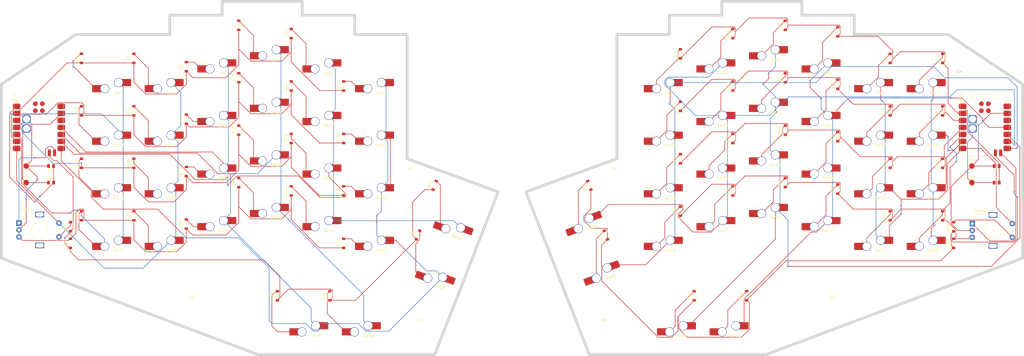
<source format=kicad_pcb>
(kicad_pcb (version 20241229) (generator "pcbnew") (generator_version "9.0")
  (layers (0 "F.Cu" signal) (2 "B.Cu" signal) (13 "F.Paste" user) (15 "B.Paste" user) (5 "F.SilkS" user "F.Silkscreen") (7 "B.SilkS" user "B.Silkscreen") (1 "F.Mask" user) (3 "B.Mask" user) (25 "Edge.Cuts" user))
  (net 0 "")
  (net 1 "/left/ROW0")
  (net 2 "Net-(D1-A)")
  (net 3 "/right/ROW0")
  (net 4 "Net-(D2-A)")
  (net 5 "Net-(D3-A)")
  (net 6 "Net-(D4-A)")
  (net 7 "Net-(D5-A)")
  (net 8 "Net-(D6-A)")
  (net 9 "Net-(D7-A)")
  (net 10 "Net-(D8-A)")
  (net 11 "Net-(D9-A)")
  (net 12 "Net-(D10-A)")
  (net 13 "Net-(D11-A)")
  (net 14 "Net-(D12-A)")
  (net 15 "Net-(D13-A)")
  (net 16 "/left/ROW1")
  (net 17 "Net-(D14-A)")
  (net 18 "Net-(D15-A)")
  (net 19 "Net-(D16-A)")
  (net 20 "Net-(D17-A)")
  (net 21 "Net-(D18-A)")
  (net 22 "/right/ROW1")
  (net 23 "Net-(D19-A)")
  (net 24 "Net-(D20-A)")
  (net 25 "Net-(D21-A)")
  (net 26 "Net-(D22-A)")
  (net 27 "Net-(D23-A)")
  (net 28 "Net-(D24-A)")
  (net 29 "Net-(D25-A)")
  (net 30 "/left/ROW2")
  (net 31 "Net-(D26-A)")
  (net 32 "Net-(D27-A)")
  (net 33 "Net-(D28-A)")
  (net 34 "Net-(D29-A)")
  (net 35 "Net-(D30-A)")
  (net 36 "Net-(D31-A)")
  (net 37 "/right/ROW2")
  (net 38 "Net-(D32-A)")
  (net 39 "Net-(D33-A)")
  (net 40 "Net-(D34-A)")
  (net 41 "Net-(D35-A)")
  (net 42 "Net-(D36-A)")
  (net 43 "/left/ROW3")
  (net 44 "Net-(D37-A)")
  (net 45 "Net-(D38-A)")
  (net 46 "Net-(D39-A)")
  (net 47 "Net-(D40-A)")
  (net 48 "Net-(D41-A)")
  (net 49 "Net-(D42-A)")
  (net 50 "/right/ROW3")
  (net 51 "Net-(D43-A)")
  (net 52 "Net-(D44-A)")
  (net 53 "Net-(D45-A)")
  (net 54 "Net-(D46-A)")
  (net 55 "Net-(D47-A)")
  (net 56 "Net-(D48-A)")
  (net 57 "Net-(D49-A)")
  (net 58 "/left/ROW4")
  (net 59 "Net-(D50-A)")
  (net 60 "Net-(D51-A)")
  (net 61 "Net-(D52-A)")
  (net 62 "/right/ROW4")
  (net 63 "Net-(D53-A)")
  (net 64 "Net-(D54-A)")
  (net 65 "Net-(D55-A)")
  (net 66 "Net-(D56-A)")
  (net 67 "Net-(D57-A)")
  (net 68 "Net-(D58-A)")
  (net 69 "/left/BT_PIN")
  (net 70 "/left/VBAT")
  (net 71 "/right/VBAT")
  (net 72 "/right/BT_PIN")
  (net 73 "GND")
  (net 74 "/left/COL0")
  (net 75 "/right/COL0")
  (net 76 "/left/COL1")
  (net 77 "/right/COL1")
  (net 78 "/left/COL2")
  (net 79 "/right/COL2")
  (net 80 "/left/COL3")
  (net 81 "/right/COL3")
  (net 82 "/left/COL4")
  (net 83 "/right/COL4")
  (net 84 "/left/COL5")
  (net 85 "/right/COL5")
  (net 86 "/left/Encoder A")
  (net 87 "/right/Encoder A")
  (footprint "marbastlib-choc:SW_choc_v1_HS_CPG135001S30_1u" (layer "F.Cu") (at 305.4125 84.75625)
    (property "Reference" "SW8")
    (property "Value" "SW_Push")
  )
  (footprint "Diode_SMD:D_SOD-123" (layer "F.Cu") (at 116 117.65 90)
    (property "Reference" "D28")
    (property "Value" "D")
  )
  (footprint "Diode_SMD:D_SOD-123" (layer "F.Cu") (at 135 101.65 90)
    (property "Reference" "D17")
    (property "Value" "D")
  )
  (footprint "marbastlib-choc:SW_choc_v1_HS_CPG135001S30_1u" (layer "F.Cu") (at 236.98875 147.77625 20)
    (property "Reference" "SW55")
    (property "Value" "SW_Push")
  )
  (footprint "Resistor_SMD:R_0805_2012Metric" (layer "F.Cu") (at 48 130.65 180)
    (property "Reference" "R3")
    (property "Value" "2M")
  )
  (footprint "Diode_SMD:D_SOD-123" (layer "F.Cu") (at 97 151.65 90)
    (property "Reference" "D39")
    (property "Value" "D")
  )
  (footprint "Diode_SMD:D_SOD-123" (layer "F.Cu") (at 78 91.65 90)
    (property "Reference" "D3")
    (property "Value" "D")
  )
  (footprint "MountingHole:MountingHole_3.2mm_M3" (layer "F.Cu") (at 178 135.65)
    (property "Reference" "H5")
    (property "Value" "MountingHole")
  )
  (footprint "Diode_SMD:D_SOD-123" (layer "F.Cu") (at 333 101 90)
    (property "Reference" "D21")
    (property "Value" "D")
  )
  (footprint "Diode_SMD:D_SOD-123" (layer "F.Cu") (at 243 137.65 110)
    (property "Reference" "D55")
    (property "Value" "D")
  )
  (footprint "Diode_SMD:D_SOD-123" (layer "F.Cu") (at 116 136.65 90)
    (property "Reference" "D40")
    (property "Value" "D")
  )
  (footprint "marbastlib-choc:SW_choc_v1_HS_CPG135001S30_1u" (layer "F.Cu") (at 162.6875 153.8125)
    (property "Reference" "SW42")
    (property "Value" "SW_Push")
  )
  (footprint "Diode_SMD:D_SOD-123" (layer "F.Cu") (at 55 158.65 90)
    (property "Reference" "D59")
    (property "Value" "D")
  )
  (footprint "marbastlib-choc:SW_choc_v1_HS_CPG135001S30_1u" (layer "F.Cu") (at 67.4375 115.7125)
    (property "Reference" "SW13")
    (property "Value" "SW_Push")
  )
  (footprint "Diode_SMD:D_SOD-123" (layer "F.Cu") (at 314 98.65 90)
    (property "Reference" "D22")
    (property "Value" "D")
  )
  (footprint "Diode_SMD:D_SOD-123" (layer "F.Cu") (at 149 177.65 90)
    (property "Reference" "D50")
    (property "Value" "D")
  )
  (footprint "Diode_SMD:D_SOD-123" (layer "F.Cu") (at 97 94.65 90)
    (property "Reference" "D5")
    (property "Value" "D")
  )
  (footprint "Diode_SMD:D_SOD-123" (layer "F.Cu") (at 333 120 90)
    (property "Reference" "D33")
    (property "Value" "D")
  )
  (footprint "marbastlib-choc:SW_choc_v1_HS_CPG135001S30_1u" (layer "F.Cu") (at 343.5125 115.7125)
    (property "Reference" "SW20")
    (property "Value" "SW_Push")
  )
  (footprint "Diode_SMD:D_SOD-123" (layer "F.Cu") (at 59 110.65 90)
    (property "Reference" "D13")
    (property "Value" "D")
  )
  (footprint "Resistor_SMD:R_0805_2012Metric" (layer "F.Cu") (at 390.595238 130.65 180)
    (property "Reference" "R4")
    (property "Value" "2M")
  )
  (footprint "marbastlib-choc:SW_choc_v1_HS_CPG135001S30_1u" (layer "F.Cu") (at 124.5875 122.85625)
    (property "Reference" "SW28")
    (property "Value" "SW_Push")
  )
  (footprint "MountingHole:MountingHole_3.2mm_M3" (layer "F.Cu") (at 248 190.65)
    (property "Reference" "H8")
    (property "Value" "MountingHole")
  )
  (footprint "marbastlib-choc:SW_choc_v1_HS_CPG135001S30_1u" (layer "F.Cu") (at 286.3625 127.61875)
    (property "Reference" "SW35")
    (property "Value" "SW_Push")
  )
  (footprint "Diode_SMD:D_SOD-123" (layer "F.Cu") (at 116 98.65 90)
    (property "Reference" "D16")
    (property "Value" "D")
  )
  (footprint "Diode_SMD:D_SOD-123" (layer "F.Cu") (at 116 79.65 90)
    (property "Reference" "D7")
    (property "Value" "D")
  )
  (footprint "marbastlib-choc:SW_choc_v1_HS_CPG135001S30_1u" (layer "F.Cu") (at 124.5875 103.80625)
    (property "Reference" "SW16")
    (property "Value" "SW_Push")
  )
  (footprint "Diode_SMD:D_SOD-123" (layer "F.Cu") (at 78 148.65 90)
    (property "Reference" "D38")
    (property "Value" "D")
  )
  (footprint "marbastlib-choc:SW_choc_v1_HS_CPG135001S30_1u" (layer "F.Cu") (at 305.4125 122.85625)
    (property "Reference" "SW34")
    (property "Value" "SW_Push")
  )
  (footprint "marbastlib-choc:SW_choc_v1_HS_CPG135001S30_1u" (layer "F.Cu") (at 343.5125 134.7625)
    (property "Reference" "SW32")
    (property "Value" "SW_Push")
  )
  (footprint "marbastlib-choc:SW_choc_v1_HS_CPG135001S30_1u" (layer "F.Cu") (at 291.125 184.76875)
    (property "Reference" "SW53")
    (property "Value" "SW_Push")
  )
  (footprint "marbastlib-choc:SW_choc_v1_HS_CPG135001S30_1u" (layer "F.Cu") (at 362.5625 115.7125)
    (property "Reference" "SW19")
    (property "Value" "SW_Push")
  )
  (footprint "marbastlib-choc:SW_choc_v1_HS_CPG135001S30_1u" (layer "F.Cu") (at 286.3625 146.66875)
    (property "Reference" "SW47")
    (property "Value" "SW_Push")
  )
  (footprint "marbastlib-choc:SW_choc_v1_HS_CPG135001S30_1u" (layer "F.Cu") (at 272.075 184.76875)
    (property "Reference" "SW54")
    (property "Value" "SW_Push")
  )
  (footprint "marbastlib-choc:SW_choc_v1_HS_CPG135001S30_1u" (layer "F.Cu") (at 124.5875 84.75625)
    (property "Reference" "SW7")
    (property "Value" "SW_Push")
  )
  (footprint "marbastlib-choc:SW_choc_v1_HS_CPG135001S30_1u" (layer "F.Cu") (at 267.3125 134.7625)
    (property "Reference" "SW36")
    (property "Value" "SW_Push")
  )
  (footprint "Diode_SMD:D_SOD-123" (layer "F.Cu") (at 276 90 90)
    (property "Reference" "D12")
    (property "Value" "D")
  )
  (footprint "marbastlib-choc:SW_choc_v1_HS_CPG135001S30_1u" (layer "F.Cu") (at 143.6375 127.61875)
    (property "Reference" "SW29")
    (property "Value" "SW_Push")
  )
  (footprint "Diode_SMD:D_SOD-123" (layer "F.Cu") (at 130 177.65 90)
    (property "Reference" "D49")
    (property "Value" "D")
  )
  (footprint "Diode_SMD:D_SOD-123" (layer "F.Cu") (at 135 139.65 90)
    (property "Reference" "D41")
    (property "Value" "D")
  )
  (footprint "Diode_SMD:D_SOD-123" (layer "F.Cu") (at 59 129.65 90)
    (property "Reference" "D25")
    (property "Value" "D")
  )
  (footprint "marbastlib-choc:SW_choc_v1_HS_CPG135001S30_1u" (layer "F.Cu") (at 86.4875 153.8125)
    (property "Reference" "SW38")
    (property "Value" "SW_Push")
  )
  (footprint "TestPoint:TestPoint_Pad_D2.0mm" (layer "F.Cu") (at 381.595238 130.65)
    (property "Reference" "TP4")
    (property "Value" "GND")
  )
  (footprint "TestPoint:TestPoint_Pad_D2.0mm" (layer "F.Cu") (at 39 136.65)
    (property "Reference" "TP1")
    (property "Value" "BAT")
  )
  (footprint "Diode_SMD:D_SOD-123" (layer "F.Cu") (at 352 129.65 90)
    (property "Reference" "D32")
    (property "Value" "D")
  )
  (footprint "MountingHole:MountingHole_3.2mm_M3" (layer "F.Cu") (at 53 100.65)
    (property "Reference" "H1")
    (property "Value" "MountingHole")
  )
  (footprint "marbastlib-choc:SW_choc_v1_HS_CPG135001S30_1u" (layer "F.Cu") (at 324.4625 89.51875)
    (property "Reference" "SW6")
    (property "Value" "SW_Push")
  )
  (footprint "Diode_SMD:D_SOD-123" (layer "F.Cu") (at 314 136.65 90)
    (property "Reference" "D46")
    (property "Value" "D")
  )
  (footprint "marbastlib-choc:SW_choc_v1_HS_CPG135001S30_1u" (layer "F.Cu") (at 362.5625 134.7625)
    (property "Reference" "SW31")
    (property "Value" "SW_Push")
  )
  (footprint "Diode_SMD:D_SOD-123" (layer "F.Cu") (at 276 128 90)
    (property "Reference" "D36")
    (property "Value" "D")
  )
  (footprint "TestPoint:TestPoint_Pad_D2.0mm" (layer "F.Cu") (at 381.595238 136.65)
    (property "Reference" "TP3")
    (property "Value" "BAT")
  )
  (footprint "Diode_SMD:D_SOD-123" (layer "F.Cu") (at 371 110.65 90)
    (property "Reference" "D19")
    (property "Value" "D")
  )
  (footprint "marbastlib-choc:SW_choc_v1_HS_CPG135001S30_1u" (layer "F.Cu") (at 324.4625 127.61875)
    (property "Reference" "SW33")
    (property "Value" "SW_Push")
  )
  (footprint "Diode_SMD:D_SOD-123" (layer "F.Cu") (at 371 91.65 90)
    (property "Reference" "D2")
    (property "Value" "D")
  )
  (footprint "marbastlib-choc:SW_choc_v1_HS_CPG135001S30_1u" (layer "F.Cu") (at 324.4625 146.66875)
    (property "Reference" "SW45")
    (property "Value" "SW_Push")
  )
  (footprint "marbastlib-choc:SW_choc_v1_HS_CPG135001S30_1u" (layer "F.Cu") (at 143.6375 108.56875)
    (property "Reference" "SW17")
    (property "Value" "SW_Push")
  )
  (footprint "MountingHole:MountingHole_3.2mm_M3" (layer "F.Cu") (at 252 135.65)
    (property "Reference" "H6")
    (property "Value" "MountingHole")
  )
  (footprint "Diode_SMD:D_SOD-123" (layer "F.Cu") (at 97 113.65 90)
    (property "Reference" "D15")
    (property "Value" "D")
  )
  (footprint "Diode_SMD:D_SOD-123" (layer "F.Cu") (at 281 177.65 90)
    (property "Reference" "D54")
    (property "Value" "D")
  )
  (footprint "marbastlib-choc:SW_choc_v1_HS_CPG135001S30_1u" (layer "F.Cu") (at 124.5875 141.90625)
    (property "Reference" "SW40")
    (property "Value" "SW_Push")
  )
  (footprint "Diode_SMD:D_SOD-123" (layer "F.Cu") (at 352 110.65 90)
    (property "Reference" "D20")
    (property "Value" "D")
  )
  (footprint "marbastlib-choc:SW_choc_v1_HS_CPG135001S30_1u" (layer "F.Cu") (at 186.5 165.71875 -20)
    (property "Reference" "SW52")
    (property "Value" "SW_Push")
  )
  (footprint "marbastlib-choc:SW_choc_v1_HS_CPG135001S30_1u" (layer "F.Cu") (at 138.875 184.76875)
    (property "Reference" "SW49")
    (property "Value" "SW_Push")
  )
  (footprint "Diode_SMD:D_SOD-123" (layer "F.Cu") (at 78 110.65 90)
    (property "Reference" "D14")
    (property "Value" "D")
  )
  (footprint "marbastlib-choc:SW_choc_v1_HS_CPG135001S30_1u" (layer "F.Cu") (at 305.4125 141.90625)
    (property "Reference" "SW46")
    (property "Value" "SW_Push")
  )
  (footprint "Diode_SMD:D_SOD-123" (layer "F.Cu") (at 276 147 90)
    (property "Reference" "D48")
    (property "Value" "D")
  )
  (footprint "Rotary_Encoder:RotaryEncoder_Alps_EC11E-Switch_Vertical_H20mm" (layer "F.Cu") (at 36.375 151.3125)
    (property "Reference" "SW57")
    (property "Value" "RotaryEncoder_Switch")
  )
  (footprint "marbastlib-choc:SW_choc_v1_HS_CPG135001S30_1u" (layer "F.Cu") (at 86.4875 134.7625)
    (property "Reference" "SW26")
    (property "Value" "SW_Push")
  )
  (footprint "MountingHole:MountingHole_3.2mm_M3" (layer "F.Cu") (at 182 190.65)
    (property "Reference" "H7")
    (property "Value" "MountingHole")
  )
  (footprint "Diode_SMD:D_SOD-123" (layer "F.Cu") (at 314 79.65 90)
    (property "Reference" "D8")
    (property "Value" "D")
  )
  (footprint "Diode_SMD:D_SOD-123" (layer "F.Cu") (at 59 148.65 90)
    (property "Reference" "D37")
    (property "Value" "D")
  )
  (footprint "Diode_SMD:D_SOD-123" (layer "F.Cu") (at 295 82.65 90)
    (property "Reference" "D10")
    (property "Value" "D")
  )
  (footprint "marbastlib-choc:SW_choc_v1_HS_CPG135001S30_1u" (layer "F.Cu") (at 362.5625 153.8125)
    (property "Reference" "SW43")
    (property "Value" "SW_Push")
  )
  (footprint "TestPoint:TestPoint_Pad_D2.0mm" (layer "F.Cu") (at 39 130.65)
    (property "Reference" "TP2")
    (property "Value" "GND")
  )
  (footprint "Resistor_SMD:R_0805_2012Metric" (layer "F.Cu") (at 48 136.65)
    (property "Reference" "R1")
    (property "Value" "806K")
  )
  (footprint "Diode_SMD:D_SOD-123" (layer "F.Cu") (at 135 120.65 90)
    (property "Reference" "D29")
    (property "Value" "D")
  )
  (footprint "Diode_SMD:D_SOD-123" (layer "F.Cu") (at 154 101.65 90)
    (property "Reference" "D11")
    (property "Value" "D")
  )
  (footprint "Diode_SMD:D_SOD-123" (layer "F.Cu") (at 375 152.65 90)
    (property "Reference" "D58")
    (property "Value" "D")
  )
  (footprint "marbastlib-choc:SW_choc_v1_HS_CPG135001S30_1u" (layer "F.Cu") (at 105.5375 146.66875)
    (property "Reference" "SW39")
    (property "Value" "SW_Push")
  )
  (footprint "marbastlib-choc:SW_choc_v1_HS_CPG135001S30_1u" (layer "F.Cu") (at 105.5375 89.51875)
    (property "Reference" "SW5")
    (property "Value" "SW_Push")
  )
  (footprint "marbastlib-choc:SW_choc_v1_HS_CPG135001S30_1u" (layer "F.Cu") (at 162.6875 134.7625)
    (property "Reference" "SW30")
    (property "Value" "SW_Push")
  )
  (footprint "MountingHole:MountingHole_3.2mm_M3" (layer "F.Cu") (at 331 182.65)
    (property "Reference" "H4")
    (property "Value" "MountingHole")
  )
  (footprint "Diode_SMD:D_SOD-123" (layer "F.Cu") (at 352 148.65 90)
    (property "Reference" "D44")
    (property "Value" "D")
  )
  (footprint "Diode_SMD:D_SOD-123" (layer "F.Cu") (at 154 139.65 90)
    (property "Reference" "D30")
    (property "Value" "D")
  )
  (footprint "Diode_SMD:D_SOD-123" (layer "F.Cu") (at 154 120.65 90)
    (property "Reference" "D18")
    (property "Value" "D")
  )
  (footprint "marbastlib-choc:SW_choc_v1_HS_CPG135001S30_1u" (layer "F.Cu") (at 162.6875 96.6625)
    (property "Reference" "SW11")
    (property "Value" "SW_Push")
  )
  (footprint "Diode_SMD:D_SOD-123" (layer "F.Cu") (at 375 158.65 90)
    (property "Reference" "D60")
    (property "Value" "D")
  )
  (footprint "Diode_SMD:D_SOD-123" (layer "F.Cu") (at 181 155.65 70)
    (property "Reference" "D52")
    (property "Value" "D")
  )
  (footprint "marbastlib-choc:SW_choc_v1_HS_CPG135001S30_1u" (layer "F.Cu") (at 343.5125 153.8125)
    (property "Reference" "SW44")
    (property "Value" "SW_Push")
  )
  (footprint "marbastlib-choc:SW_choc_v1_HS_CPG135001S30_1u" (layer "F.Cu") (at 343.5125 96.6625)
    (property "Reference" "SW4")
    (property "Value" "SW_Push")
  )
  (footprint "Diode_SMD:D_SOD-123" (layer "F.Cu") (at 276 109 90)
    (property "Reference" "D24")
    (property "Value" "D")
  )
  (footprint "Diode_SMD:D_SOD-123" (layer "F.Cu") (at 333 139 90)
    (property "Reference" "D45")
    (property "Value" "D")
  )
  (footprint "marbastlib-choc:SW_choc_v1_HS_CPG135001S30_1u" (layer "F.Cu") (at 362.5625 96.6625)
    (property "Reference" "SW2")
    (property "Value" "SW_Push")
  )
  (footprint "marbastlib-choc:SW_choc_v1_HS_CPG135001S30_1u" (layer "F.Cu") (at 286.3625 108.56875)
    (property "Reference" "SW23")
    (property "Value" "SW_Push")
  )
  (footprint "marbastlib-choc:SW_choc_v1_HS_CPG135001S30_1u" (layer "F.Cu") (at 267.3125 96.6625)
    (property "Reference" "SW12")
    (property "Value" "SW_Push")
  )
  (footprint "Diode_SMD:D_SOD-123" (layer "F.Cu") (at 371 129.65 90)
    (property "Reference" "D31")
    (property "Value" "D")
  )
  (footprint "marbastlib-choc:SW_choc_v1_HS_CPG135001S30_1u" (layer "F.Cu") (at 86.4875 96.6625)
    (property "Reference" "SW3")
    (property "Value" "SW_Push")
  )
  (footprint "marbastlib-choc:SW_choc_v1_HS_CPG135001S30_1u" (layer "F.Cu") (at 305.4125 103.80625)
    (property "Reference" "SW22")
    (property "Value" "SW_Push")
  )
  (footprint "marbastlib-choc:SW_choc_v1_HS_CPG135001S30_1u" (layer "F.Cu") (at 143.6375 146.66875)
    (property "Reference" "SW41")
    (property "Value" "SW_Push")
  )
  (footprint "Diode_SMD:D_SOD-123" (layer "F.Cu") (at 295 139.65 90)
    (property "Reference" "D47")
    (property "Value" "D")
  )
  (footprint "marbastlib-choc:SW_choc_v1_HS_CPG135001S30_1u" (layer "F.Cu") (at 286.3625 89.51875)
    (property "Reference" "SW10")
    (property "Value" "SW_Push")
  )
  (footprint "marbastlib-choc:SW_choc_v1_HS_CPG135001S30_1u" (layer "F.Cu") (at 162.6875 115.7125)
    (property "Reference" "SW18")
    (property "Value" "SW_Push")
  )
  (footprint "MountingHole:MountingHole_3.2mm_M3" (layer "F.Cu") (at 99 182.65)
    (property "Reference" "H3")
    (property "Value" "MountingHole")
  )
  (footprint "marbastlib-choc:SW_choc_v1_HS_CPG135001S30_1u" (layer "F.Cu") (at 105.5375 127.61875)
    (property "Reference" "SW27")
    (property "Value" "SW_Push")
  )
  (footprint "marbastlib-choc:SW_choc_v1_HS_CPG135001S30_1u" (layer "F.Cu") (at 243.5 165.71875 20)
    (property "Reference" "SW56")
    (property "Value" "SW_Push")
  )
  (footprint "marbastlib-choc:SW_choc_v1_HS_CPG135001S30_1u" (layer "F.Cu") (at 324.4625 108.56875)
    (property "Reference" "SW21")
    (property "Value" "SW_Push")
  )
  (footprint "Diode_SMD:D_SOD-123" (layer "F.Cu") (at 78 129.65 90)
    (property "Reference" "D26")
    (property "Value" "D")
  )
  (footprint "Diode_SMD:D_SOD-123" (layer "F.Cu") (at 135 82.65 90)
    (property "Reference" "D9")
    (property "Value" "D")
  )
  (footprint "marbastlib-choc:SW_choc_v1_HS_CPG135001S30_1u" (layer "F.Cu") (at 267.3125 115.7125)
    (property "Reference" "SW24")
    (property "Value" "SW_Push")
  )
  (footprint "marbastlib-choc:SW_choc_v1_HS_CPG135001S30_1u" (layer "F.Cu") (at 157.925 184.76875)
    (property "Reference" "SW50")
    (property "Value" "SW_Push")
  )
  (footprint "Diode_SMD:D_SOD-123" (layer "F.Cu") (at 55 152.65 90)
    (property "Reference" "D57")
    (property "Value" "D")
  )
  (footprint "marbastlib-choc:SW_choc_v1_HS_CPG135001S30_1u" (layer "F.Cu") (at 67.4375 96.6625)
    (property "Reference" "SW1")
    (property "Value" "SW_Push")
  )
  (footprint "Diode_SMD:D_SOD-123" (layer "F.Cu") (at 314 117.65 90)
    (property "Reference" "D34")
    (property "Value" "D")
  )
  (footprint "Rotary_Encoder:RotaryEncoder_Alps_EC11E-Switch_Vertical_H20mm" (layer "F.Cu") (at 381.75 151.5)
    (property "Reference" "SW58")
    (property "Value" "RotaryEncoder_Switch")
  )
  (footprint "marbastlib-choc:SW_choc_v1_HS_CPG135001S30_1u" (layer "F.Cu") (at 193.01125 147.77625 -20)
    (property "Reference" "SW51")
    (property "Value" "SW_Push")
  )
  (footprint "Diode_SMD:D_SOD-123" (layer "F.Cu") (at 97 132.65 90)
    (property "Reference" "D27")
    (property "Value" "D")
  )
  (footprint "marbastlib-choc:SW_choc_v1_HS_CPG135001S30_1u" (layer "F.Cu") (at 86.4875 115.7125)
    (property "Reference" "SW14")
    (property "Value" "SW_Push")
  )
  (footprint "marbastlib-choc:SW_choc_v1_HS_CPG135001S30_1u" (layer "F.Cu") (at 105.5375 108.56875)
    (property "Reference" "SW15")
    (property "Value" "SW_Push")
  )
  (footprint "Diode_SMD:D_SOD-123" (layer "F.Cu") (at 333 82 90)
    (property "Reference" "D6")
    (property "Value" "D")
  )
  (footprint "Diode_SMD:D_SOD-123" (layer "F.Cu") (at 249 155.65 110)
    (property "Reference" "D56")
    (property "Value" "D")
  )
  (footprint "Diode_SMD:D_SOD-123" (layer "F.Cu") (at 154 158.65 90)
    (property "Reference" "D42")
    (property "Value" "D")
  )
  (footprint "Diode_SMD:D_SOD-123" (layer "F.Cu") (at 371 148.65 90)
    (property "Reference" "D43")
    (property "Value" "D")
  )
  (footprint "Resistor_SMD:R_0805_2012Metric" (layer "F.Cu") (at 390.595238 136.65)
    (property "Reference" "R2")
    (property "Value" "806K")
  )
  (footprint "marbastlib-choc:SW_choc_v1_HS_CPG135001S30_1u" (layer "F.Cu") (at 67.4375 134.7625)
    (property "Reference" "SW25")
    (property "Value" "SW_Push")
  )
  (footprint "Diode_SMD:D_SOD-123" (layer "F.Cu") (at 352 91.65 90)
    (property "Reference" "D4")
    (property "Value" "D")
  )
  (footprint "modified Xiao:modified-XIAO-nRF52840-SMD" (layer "F.Cu") (at 43.625 116.65)
    (property "Reference" "U1")
    (property "Value" "XIAO-nRF52840-SMD")
  )
  (footprint "Diode_SMD:D_SOD-123" (layer "F.Cu") (at 295 120.65 90)
    (property "Reference" "D35")
    (property "Value" "D")
  )
  (footprint "Diode_SMD:D_SOD-123" (layer "F.Cu") (at 187 137.65 70)
    (property "Reference" "D51")
    (property "Value" "D")
  )
  (footprint "Diode_SMD:D_SOD-123" (layer "F.Cu") (at 300 177.65 90)
    (property "Reference" "D53")
    (property "Value" "D")
  )
  (footprint "marbastlib-choc:SW_choc_v1_HS_CPG135001S30_1u" (layer "F.Cu") (at 67.4375 153.8125)
    (property "Reference" "SW37")
    (property "Value" "SW_Push")
  )
  (footprint "Diode_SMD:D_SOD-123" (layer "F.Cu") (at 59 91.65 90)
    (property "Reference" "D1")
    (property "Value" "D")
  )
  (footprint "Diode_SMD:D_SOD-123" (layer "F.Cu") (at 295 101.65 90)
    (property "Reference" "D23")
    (property "Value" "D")
  )
  (footprint "marbastlib-choc:SW_choc_v1_HS_CPG135001S30_1u" (layer "F.Cu") (at 267.3125 153.8125)
    (property "Reference" "SW48")
    (property "Value" "SW_Push")
  )
  (footprint "marbastlib-choc:SW_choc_v1_HS_CPG135001S30_1u" (layer "F.Cu") (at 143.6375 89.51875)
    (property "Reference" "SW9")
    (property "Value" "SW_Push")
  )
  (footprint "modified Xiao:modified-XIAO-nRF52840-SMD" (layer "F.Cu") (at 386.375 116.65)
    (property "Reference" "U2")
    (property "Value" "XIAO-nRF52840-SMD")
  )
  (footprint "MountingHole:MountingHole_3.2mm_M3" (layer "B.Cu") (at 377 100.65 180)
    (property "Reference" "H2")
    (property "Value" "MountingHole")
  )
  (gr_poly (pts (xy 91 83) (xy 57 83) (xy 30 101) (xy 30 164) (xy 123 199) (xy 187 199) (xy 210 140) (xy 177 128) (xy 177 83) (xy 158 83) (xy 158 76) (xy 139 76) (xy 139 71) (xy 110 71) (xy 110 76) (xy 91 76)) (stroke (width 1)) (fill no) (layer "Edge.Cuts"))
  (gr_poly (pts (xy 339 83) (xy 373 83) (xy 400 101) (xy 400 164) (xy 307 199) (xy 243 199) (xy 220 140) (xy 253 128) (xy 253 83) (xy 272 83) (xy 272 76) (xy 291 76) (xy 291 71) (xy 320 71) (xy 320 76) (xy 339 76)) (stroke (width 1)) (fill no) (layer "Edge.Cuts"))
  (segment (start 135 89.244328) (end 135 84.3) (width 0.2) (layer "F.Cu") (net 1))
  (segment (start 135 84.3) (end 135.227881 84.3) (width 0.2) (layer "F.Cu") (net 1))
  (segment (start 59 93.3) (end 53.785 93.3) (width 0.2) (layer "F.Cu") (net 1))
  (segment (start 135 89.244328) (end 135 92.981828) (width 0.2) (layer "F.Cu") (net 1))
  (segment (start 97 101.050578) (end 97 96.3) (width 0.2) (layer "F.Cu") (net 1))
  (segment (start 53.785 93.3) (end 35.515 111.57) (width 0.2) (layer "F.Cu") (net 1))
  (segment (start 99.35 98.65) (end 111.306828 98.65) (width 0.2) (layer "F.Cu") (net 1))
  (segment (start 145.318172 103.3) (end 154 103.3) (width 0.2) (layer "F.Cu") (net 1))
  (segment (start 78 93.3) (end 78 100.275578) (width 0.2) (layer "F.Cu") (net 1))
  (segment (start 59 93.3) (end 78 93.3) (width 0.2) (layer "F.Cu") (net 1))
  (segment (start 97 96.3) (end 99.35 98.65) (width 0.2) (layer "F.Cu") (net 1))
  (segment (start 120.387922 92.65725) (end 131.587078 92.65725) (width 0.2) (layer "F.Cu") (net 1))
  (segment (start 131.587078 92.65725) (end 135 89.244328) (width 0.2) (layer "F.Cu") (net 1))
  (segment (start 116 93.956828) (end 116 81.3) (width 0.2) (layer "F.Cu") (net 1))
  (segment (start 82.287922 104.5635) (end 93.487078 104.5635) (width 0.2) (layer "F.Cu") (net 1))
  (segment (start 116 81.3) (end 116 88.269328) (width 0.2) (layer "F.Cu") (net 1))
  (segment (start 78 100.275578) (end 82.287922 104.5635) (width 0.2) (layer "F.Cu") (net 1))
  (segment (start 116 88.269328) (end 120.387922 92.65725) (width 0.2) (layer "F.Cu") (net 1))
  (segment (start 135 92.981828) (end 145.318172 103.3) (width 0.2) (layer "F.Cu") (net 1))
  (segment (start 154 103.072119) (end 154 103.3) (width 0.2) (layer "F.Cu") (net 1))
  (segment (start 111.306828 98.65) (end 116 93.956828) (width 0.2) (layer "F.Cu") (net 1))
  (segment (start 93.487078 104.5635) (end 97 101.050578) (width 0.2) (layer "F.Cu") (net 1))
  (segment (start 56.23 94.65) (end 56 94.65) (width 0.2) (layer "F.Cu") (net 2))
  (segment (start 64.1925 102.6125) (end 56.23 94.65) (width 0.2) (layer "F.Cu") (net 2))
  (segment (start 56 92.65) (end 58.65 90) (width 0.2) (layer "F.Cu") (net 2))
  (segment (start 58.65 90) (end 59 90) (width 0.2) (layer "F.Cu") (net 2))
  (via (at 56 94.65) (size 0.6) (drill 0.3) (layers "F.Cu" "B.Cu") (net 2))
  (via (at 56 92.65) (size 0.6) (drill 0.3) (layers "F.Cu" "B.Cu") (net 2))
  (segment (start 56 94.65) (end 56 92.65) (width 0.2) (layer "B.Cu") (net 2))
  (segment (start 371.901 89.55089) (end 371.59911 89.249) (width 0.2) (layer "F.Cu") (net 3))
  (segment (start 295.901 83.399) (end 295 84.3) (width 0.2) (layer "F.Cu") (net 3))
  (segment (start 314.901 80) (end 315.302 79.599) (width 0.2) (layer "F.Cu") (net 3))
  (segment (start 373 108) (end 376.57 111.57) (width 0.2) (layer "F.Cu") (net 3))
  (segment (start 315.302 79.599) (end 333.59911 79.599) (width 0.2) (layer "F.Cu") (net 3))
  (segment (start 373 95.3) (end 373 108) (width 0.2) (layer "F.Cu") (net 3))
  (segment (start 371.901 92.399) (end 371.901 89.55089) (width 0.2) (layer "F.Cu") (net 3))
  (segment (start 371 93.3) (end 373 95.3) (width 0.2) (layer "F.Cu") (net 3))
  (segment (start 333.59911 79.599) (end 333.901 79.90089) (width 0.2) (layer "F.Cu") (net 3))
  (segment (start 287.401 80.249) (end 295.59911 80.249) (width 0.2) (layer "F.Cu") (net 3))
  (segment (start 300.901 77) (end 295.901 82) (width 0.2) (layer "F.Cu") (net 3))
  (segment (start 314.901 77.55089) (end 314.35011 77) (width 0.2) (layer "F.Cu") (net 3))
  (segment (start 352.901 92) (end 352.901 88.901) (width 0.2) (layer "F.Cu") (net 3))
  (segment (start 376.57 111.57) (end 378.265 111.57) (width 0.2) (layer "F.Cu") (net 3))
  (segment (start 295.59911 80.249) (end 295.901 80.55089) (width 0.2) (layer "F.Cu") (net 3))
  (segment (start 352.901 92.399) (end 352.901 92) (width 0.2) (layer "F.Cu") (net 3))
  (segment (start 355.652 89.249) (end 352.901 92) (width 0.2) (layer "F.Cu") (net 3))
  (segment (start 333.901 79.90089) (end 333.901 82.749) (width 0.2) (layer "F.Cu") (net 3))
  (segment (start 314.35011 77) (end 300.901 77) (width 0.2) (layer "F.Cu") (net 3))
  (segment (start 352 93.3) (end 352.901 92.399) (width 0.2) (layer "F.Cu") (net 3))
  (segment (start 295.901 80.55089) (end 295.901 82) (width 0.2) (layer "F.Cu") (net 3))
  (segment (start 314 81.3) (end 314.901 80.399) (width 0.2) (layer "F.Cu") (net 3))
  (segment (start 314.901 80) (end 314.901 77.55089) (width 0.2) (layer "F.Cu") (net 3))
  (segment (start 314.901 80.399) (end 314.901 80) (width 0.2) (layer "F.Cu") (net 3))
  (segment (start 371.59911 89.249) (end 355.652 89.249) (width 0.2) (layer "F.Cu") (net 3))
  (segment (start 276 91.65) (end 287.401 80.249) (width 0.2) (layer "F.Cu") (net 3))
  (segment (start 333.901 82.749) (end 333 83.65) (width 0.2) (layer "F.Cu") (net 3))
  (segment (start 352.901 88.901) (end 347.65 83.65) (width 0.2) (layer "F.Cu") (net 3))
  (segment (start 347.65 83.65) (end 333 83.65) (width 0.2) (layer "F.Cu") (net 3))
  (segment (start 371 93.3) (end 371.901 92.399) (width 0.2) (layer "F.Cu") (net 3))
  (segment (start 295.901 82) (end 295.901 83.399) (width 0.2) (layer "F.Cu") (net 3))
  (segment (start 371 91.125552) (end 362.5625 99.563052) (width 0.2) (layer "F.Cu") (net 4))
  (segment (start 362.5625 99.563052) (end 362.5625 102.6125) (width 0.2) (layer "F.Cu") (net 4))
  (segment (start 371 90) (end 371 91.125552) (width 0.2) (layer "F.Cu") (net 4))
  (segment (start 83.2425 102.6125) (end 83.2425 95.2425) (width 0.2) (layer "F.Cu") (net 5))
  (segment (start 83.2425 95.2425) (end 78 90) (width 0.2) (layer "F.Cu") (net 5))
  (segment (start 347.8115 98.3135) (end 343.5125 102.6125) (width 0.2) (layer "F.Cu") (net 6))
  (segment (start 347.8115 94.1885) (end 347.8115 98.3135) (width 0.2) (layer "F.Cu") (net 6))
  (segment (start 352 90) (end 347.8115 94.1885) (width 0.2) (layer "F.Cu") (net 6))
  (segment (start 99.82375 93) (end 102.2925 95.46875) (width 0.2) (layer "F.Cu") (net 7))
  (segment (start 97 93) (end 99.82375 93) (width 0.2) (layer "F.Cu") (net 7))
  (segment (start 333 80.35) (end 327.5115 85.8385) (width 0.2) (layer "F.Cu") (net 8))
  (segment (start 327.5115 85.8385) (end 327.5115 92.41975) (width 0.2) (layer "F.Cu") (net 8))
  (segment (start 327.5115 92.41975) (end 324.4625 95.46875) (width 0.2) (layer "F.Cu") (net 8))
  (segment (start 116 78) (end 121.3425 83.3425) (width 0.2) (layer "F.Cu") (net 9))
  (segment (start 121.3425 83.3425) (end 121.3425 90.70625) (width 0.2) (layer "F.Cu") (net 9))
  (segment (start 309.7115 82.2885) (end 309.7115 86.40725) (width 0.2) (layer "F.Cu") (net 10))
  (segment (start 314 78) (end 309.7115 82.2885) (width 0.2) (layer "F.Cu") (net 10))
  (segment (start 309.7115 86.40725) (end 305.4125 90.70625) (width 0.2) (layer "F.Cu") (net 10))
  (segment (start 135 81) (end 140.3925 86.3925) (width 0.2) (layer "F.Cu") (net 11))
  (segment (start 140.3925 86.3925) (end 140.3925 95.46875) (width 0.2) (layer "F.Cu") (net 11))
  (segment (start 295 81) (end 290.6615 85.3385) (width 0.2) (layer "F.Cu") (net 12))
  (segment (start 290.6615 85.3385) (end 290.6615 91.16975) (width 0.2) (layer "F.Cu") (net 12))
  (segment (start 290.6615 91.16975) (end 286.3625 95.46875) (width 0.2) (layer "F.Cu") (net 12))
  (segment (start 154 100) (end 156.83 100) (width 0.2) (layer "F.Cu") (net 13))
  (segment (start 156.83 100) (end 159.4425 102.6125) (width 0.2) (layer "F.Cu") (net 13))
  (segment (start 267.3125 99.6875) (end 267.3125 102.6125) (width 0.2) (layer "F.Cu") (net 14))
  (segment (start 275.099 89.251) (end 275.099 91.901) (width 0.2) (layer "F.Cu") (net 14))
  (segment (start 275.099 91.901) (end 267.3125 99.6875) (width 0.2) (layer "F.Cu") (net 14))
  (segment (start 276 88.35) (end 275.099 89.251) (width 0.2) (layer "F.Cu") (net 14))
  (segment (start 58.099 115.569) (end 58.099 109.901) (width 0.2) (layer "F.Cu") (net 15))
  (segment (start 64.1925 121.6625) (end 58.099 115.569) (width 0.2) (layer "F.Cu") (net 15))
  (segment (start 58.099 109.901) (end 59 109) (width 0.2) (layer "F.Cu") (net 15))
  (segment (start 50.465942 107.729) (end 59.07911 107.729) (width 0.2) (layer "F.Cu") (net 16))
  (segment (start 135 112.031828) (end 145.268172 122.3) (width 0.2) (layer "F.Cu") (net 16))
  (segment (start 78 119.325578) (end 82.287922 123.6135) (width 0.2) (layer "F.Cu") (net 16))
  (segment (start 154 122.122119) (end 154 122.3) (width 0.2) (layer "F.Cu") (net 16))
  (segment (start 116 113.006828) (end 116 100.3) (width 0.2) (layer "F.Cu") (net 16))
  (segment (start 59.901 108.55089) (end 59.901 111.399) (width 0.2) (layer "F.Cu") (net 16))
  (segment (start 97 120.100578) (end 97 115.3) (width 0.2) (layer "F.Cu") (net 16))
  (segment (start 78 112.3) (end 78 119.325578) (width 0.2) (layer "F.Cu") (net 16))
  (segment (start 98.16975 116.46975) (end 112.537078 116.46975) (width 0.2) (layer "F.Cu") (net 16))
  (segment (start 82.287922 123.6135) (end 93.487078 123.6135) (width 0.2) (layer "F.Cu") (net 16))
  (segment (start 135 108.294328) (end 135 112.031828) (width 0.2) (layer "F.Cu") (net 16))
  (segment (start 59.07911 107.729) (end 59.901 108.55089) (width 0.2) (layer "F.Cu") (net 16))
  (segment (start 116 107.319328) (end 120.387922 111.70725) (width 0.2) (layer "F.Cu") (net 16))
  (segment (start 120.387922 111.70725) (end 131.587078 111.70725) (width 0.2) (layer "F.Cu") (net 16))
  (segment (start 131.587078 111.70725) (end 135 108.294328) (width 0.2) (layer "F.Cu") (net 16))
  (segment (start 112.537078 116.46975) (end 116 113.006828) (width 0.2) (layer "F.Cu") (net 16))
  (segment (start 93.487078 123.6135) (end 97 120.100578) (width 0.2) (layer "F.Cu") (net 16))
  (segment (start 37.776 111.849) (end 46.345942 111.849) (width 0.2) (layer "F.Cu") (net 16))
  (segment (start 46.345942 111.849) (end 50.465942 107.729) (width 0.2) (layer "F.Cu") (net 16))
  (segment (start 135 108.294328) (end 135 103.3) (width 0.2) (layer "F.Cu") (net 16))
  (segment (start 35.515 114.11) (end 37.776 111.849) (width 0.2) (layer "F.Cu") (net 16))
  (segment (start 97 115.3) (end 98.16975 116.46975) (width 0.2) (layer "F.Cu") (net 16))
  (segment (start 59.901 111.399) (end 59 112.3) (width 0.2) (layer "F.Cu") (net 16))
  (segment (start 116 100.3) (end 116 107.319328) (width 0.2) (layer "F.Cu") (net 16))
  (segment (start 59 112.3) (end 78 112.3) (width 0.2) (layer "F.Cu") (net 16))
  (segment (start 145.268172 122.3) (end 154 122.3) (width 0.2) (layer "F.Cu") (net 16))
  (segment (start 83.2425 114.2425) (end 83.2425 121.6625) (width 0.2) (layer "F.Cu") (net 17))
  (segment (start 78 109) (end 83.2425 114.2425) (width 0.2) (layer "F.Cu") (net 17))
  (segment (start 102.2925 114.51875) (end 99.51875 114.51875) (width 0.2) (layer "F.Cu") (net 18))
  (segment (start 99.51875 114.51875) (end 97 112) (width 0.2) (layer "F.Cu") (net 18))
  (segment (start 116 97) (end 121.3425 102.3425) (width 0.2) (layer "F.Cu") (net 19))
  (segment (start 121.3425 102.3425) (end 121.3425 109.75625) (width 0.2) (layer "F.Cu") (net 19))
  (segment (start 135 100) (end 140.3925 105.3925) (width 0.2) (layer "F.Cu") (net 20))
  (segment (start 140.3925 105.3925) (end 140.3925 114.51875) (width 0.2) (layer "F.Cu") (net 20))
  (segment (start 156.78 119) (end 159.4425 121.6625) (width 0.2) (layer "F.Cu") (net 21))
  (segment (start 154 119) (end 156.78 119) (width 0.2) (layer "F.Cu") (net 21))
  (segment (start 352.59911 108.249) (end 338.599 108.249) (width 0.2) (layer "F.Cu") (net 22))
  (segment (start 333.901 101.749) (end 333 102.65) (width 0.2) (layer "F.Cu") (net 22))
  (segment (start 352.901 108.55089) (end 352.59911 108.249) (width 0.2) (layer "F.Cu") (net 22))
  (segment (start 333.901 98.90089) (end 333.901 101.749) (width 0.2) (layer "F.Cu") (net 22))
  (segment (start 371.901 108.55089) (end 371.901 111) (width 0.2) (layer "F.Cu") (net 22))
  (segment (start 352 112.3) (end 352.901 111.399) (width 0.2) (layer "F.Cu") (net 22))
  (segment (start 352.901 111) (end 355.652 108.249) (width 0.2) (layer "F.Cu") (net 22))
  (segment (start 300.652 96.249) (end 314.59911 96.249) (width 0.2) (layer "F.Cu") (net 22))
  (segment (start 314.901 99.399) (end 314 100.3) (width 0.2) (layer "F.Cu") (net 22))
  (segment (start 371.59911 108.249) (end 371.901 108.55089) (width 0.2) (layer "F.Cu") (net 22))
  (segment (start 352.901 111.399) (end 352.901 111) (width 0.2) (layer "F.Cu") (net 22))
  (segment (start 295.901 101) (end 300.652 96.249) (width 0.2) (layer "F.Cu") (net 22))
  (segment (start 314.901 99) (end 314.901 99.399) (width 0.2) (layer "F.Cu") (net 22))
  (segment (start 371.901 111) (end 375.011 114.11) (width 0.2) (layer "F.Cu") (net 22))
  (segment (start 314.901 99) (end 315.302 98.599) (width 0.2) (layer "F.Cu") (net 22))
  (segment (start 315.302 98.599) (end 333.59911 98.599) (width 0.2) (layer "F.Cu") (net 22))
  (segment (start 355.652 108.249) (end 371.59911 108.249) (width 0.2) (layer "F.Cu") (net 22))
  (segment (start 295.901 99.55089) (end 295.901 101) (width 0.2) (layer "F.Cu") (net 22))
  (segment (start 352.901 111) (end 352.901 108.55089) (width 0.2) (layer "F.Cu") (net 22))
  (segment (start 276 110.65) (end 287.401 99.249) (width 0.2) (layer "F.Cu") (net 22))
  (segment (start 314.59911 96.249) (end 314.901 96.55089) (width 0.2) (layer "F.Cu") (net 22))
  (segment (start 295.901 102.399) (end 295 103.3) (width 0.2) (layer "F.Cu") (net 22))
  (segment (start 371.901 111.399) (end 371 112.3) (width 0.2) (layer "F.Cu") (net 22))
  (segment (start 295.901 101) (end 295.901 102.399) (width 0.2) (layer "F.Cu") (net 22))
  (segment (start 333.59911 98.599) (end 333.901 98.90089) (width 0.2) (layer "F.Cu") (net 22))
  (segment (start 314.901 96.55089) (end 314.901 99) (width 0.2) (layer "F.Cu") (net 22))
  (segment (start 371.901 111) (end 371.901 111.399) (width 0.2) (layer "F.Cu") (net 22))
  (segment (start 338.599 108.249) (end 333 102.65) (width 0.2) (layer "F.Cu") (net 22))
  (segment (start 287.401 99.249) (end 295.59911 99.249) (width 0.2) (layer "F.Cu") (net 22))
  (segment (start 295.59911 99.249) (end 295.901 99.55089) (width 0.2) (layer "F.Cu") (net 22))
  (segment (start 375.011 114.11) (end 378.265 114.11) (width 0.2) (layer "F.Cu") (net 22))
  (segment (start 362.5625 118.613052) (end 362.5625 121.6625) (width 0.2) (layer "F.Cu") (net 23))
  (segment (start 371 109) (end 371 110.175552) (width 0.2) (layer "F.Cu") (net 23))
  (segment (start 371 110.175552) (end 362.5625 118.613052) (width 0.2) (layer "F.Cu") (net 23))
  (segment (start 352 109) (end 352 110.125552) (width 0.2) (layer "F.Cu") (net 24))
  (segment (start 343.5125 118.613052) (end 343.5125 121.6625) (width 0.2) (layer "F.Cu") (net 24))
  (segment (start 352 110.125552) (end 343.5125 118.613052) (width 0.2) (layer "F.Cu") (net 24))
  (segment (start 328.7615 110.21975) (end 324.4625 114.51875) (width 0.2) (layer "F.Cu") (net 25))
  (segment (start 328.7615 103.5885) (end 328.7615 110.21975) (width 0.2) (layer "F.Cu") (net 25))
  (segment (start 333 99.35) (end 328.7615 103.5885) (width 0.2) (layer "F.Cu") (net 25))
  (segment (start 314 97) (end 314 98.119302) (width 0.2) (layer "F.Cu") (net 26))
  (segment (start 305.4125 106.706802) (end 305.4125 109.75625) (width 0.2) (layer "F.Cu") (net 26))
  (segment (start 314 98.119302) (end 305.4125 106.706802) (width 0.2) (layer "F.Cu") (net 26))
  (segment (start 290.6615 110.21975) (end 286.3625 114.51875) (width 0.2) (layer "F.Cu") (net 27))
  (segment (start 290.6615 104.3385) (end 290.6615 110.21975) (width 0.2) (layer "F.Cu") (net 27))
  (segment (start 295 100) (end 290.6615 104.3385) (width 0.2) (layer "F.Cu") (net 27))
  (segment (start 271.0865 112.2635) (end 271.0865 117.8885) (width 0.2) (layer "F.Cu") (net 28))
  (segment (start 271.0865 117.8885) (end 267.3125 121.6625) (width 0.2) (layer "F.Cu") (net 28))
  (segment (start 276 107.35) (end 271.0865 112.2635) (width 0.2) (layer "F.Cu") (net 28))
  (segment (start 58.099 134.619) (end 58.099 128.901) (width 0.2) (layer "F.Cu") (net 29))
  (segment (start 58.099 128.901) (end 59 128) (width 0.2) (layer "F.Cu") (net 29))
  (segment (start 64.1925 140.7125) (end 58.099 134.619) (width 0.2) (layer "F.Cu") (net 29))
  (segment (start 78 131.3) (end 78 138.375578) (width 0.2) (layer "F.Cu") (net 30))
  (segment (start 36.825986 115.339014) (end 37.546245 115.339014) (width 0.2) (layer "F.Cu") (net 30))
  (segment (start 97 139.150578) (end 97 134.3) (width 0.2) (layer "F.Cu") (net 30))
  (segment (start 59 129.65) (end 59 131.3) (width 0.2) (layer "F.Cu") (net 30))
  (segment (start 99.35 136.65) (end 111.406828 136.65) (width 0.2) (layer "F.Cu") (net 30))
  (segment (start 145.218172 141.3) (end 154 141.3) (width 0.2) (layer "F.Cu") (net 30))
  (segment (start 97 134.3) (end 99.35 136.65) (width 0.2) (layer "F.Cu") (net 30))
  (segment (start 135 127.344328) (end 135 122.3) (width 0.2) (layer "F.Cu") (net 30))
  (segment (start 135.418198 122.3) (end 135 122.3) (width 0.2) (layer "F.Cu") (net 30))
  (segment (start 83.274422 143.65) (end 92.500578 143.65) (width 0.2) (layer "F.Cu") (net 30))
  (segment (start 135 127.344328) (end 135 131.081828) (width 0.2) (layer "F.Cu") (net 30))
  (segment (start 120.387922 130.75725) (end 131.587078 130.75725) (width 0.2) (layer "F.Cu") (net 30))
  (segment (start 131.587078 130.75725) (end 135 127.344328) (width 0.2) (layer "F.Cu") (net 30))
  (segment (start 78 131.3) (end 59 131.3) (width 0.2) (layer "F.Cu") (net 30))
  (segment (start 116 132.056828) (end 116 119.3) (width 0.2) (layer "F.Cu") (net 30))
  (segment (start 154 141.3) (end 154 140.881802) (width 0.2) (layer "F.Cu") (net 30))
  (segment (start 92.500578 143.65) (end 97 139.150578) (width 0.2) (layer "F.Cu") (net 30))
  (segment (start 78 138.375578) (end 83.274422 143.65) (width 0.2) (layer "F.Cu") (net 30))
  (segment (start 111.406828 136.65) (end 116 132.056828) (width 0.2) (layer "F.Cu") (net 30))
  (segment (start 135 131.081828) (end 145.218172 141.3) (width 0.2) (layer "F.Cu") (net 30))
  (segment (start 116 119.3) (end 116 126.369328) (width 0.2) (layer "F.Cu") (net 30))
  (segment (start 116 126.369328) (end 120.387922 130.75725) (width 0.2) (layer "F.Cu") (net 30))
  (segment (start 35.515 116.65) (end 36.825986 115.339014) (width 0.2) (layer "F.Cu") (net 30))
  (via (at 37.546245 115.339014) (size 0.6) (drill 0.3) (layers "F.Cu" "B.Cu") (net 30))
  (via (at 59 129.65) (size 0.6) (drill 0.3) (layers "F.Cu" "B.Cu") (net 30))
  (segment (start 37.324 118.23534) (end 48.73866 129.65) (width 0.2) (layer "B.Cu") (net 30))
  (segment (start 48.73866 129.65) (end 59 129.65) (width 0.2) (layer "B.Cu") (net 30))
  (segment (start 37.546245 115.339014) (end 37.324 115.561259) (width 0.2) (layer "B.Cu") (net 30))
  (segment (start 37.324 115.561259) (end 37.324 118.23534) (width 0.2) (layer "B.Cu") (net 30))
  (segment (start 83.2425 134.8925) (end 78 129.65) (width 0.2) (layer "F.Cu") (net 31))
  (segment (start 78 129.65) (end 78 128) (width 0.2) (layer "F.Cu") (net 31))
  (segment (start 83.2425 140.7125) (end 83.2425 134.8925) (width 0.2) (layer "F.Cu") (net 31))
  (segment (start 102.2925 133.56875) (end 99.72375 131) (width 0.2) (layer "F.Cu") (net 32))
  (segment (start 99.72375 131) (end 97 131) (width 0.2) (layer "F.Cu") (net 32))
  (segment (start 121.3425 128.80625) (end 121.3425 121.3425) (width 0.2) (layer "F.Cu") (net 33))
  (segment (start 121.3425 121.3425) (end 116 116) (width 0.2) (layer "F.Cu") (net 33))
  (segment (start 140.3925 126.0425) (end 135 120.65) (width 0.2) (layer "F.Cu") (net 34))
  (segment (start 135 120.65) (end 135 119) (width 0.2) (layer "F.Cu") (net 34))
  (segment (start 140.3925 133.56875) (end 140.3925 126.0425) (width 0.2) (layer "F.Cu") (net 34))
  (segment (start 156.73 138) (end 159.4425 140.7125) (width 0.2) (layer "F.Cu") (net 35))
  (segment (start 154 138) (end 156.73 138) (width 0.2) (layer "F.Cu") (net 35))
  (segment (start 366 133) (end 366 137.275) (width 0.2) (layer "F.Cu") (net 36))
  (segment (start 371 128) (end 366 133) (width 0.2) (layer "F.Cu") (net 36))
  (segment (start 366 137.275) (end 362.5625 140.7125) (width 0.2) (layer "F.Cu") (net 36))
  (segment (start 352.901 130.399) (end 352 131.3) (width 0.2) (layer "F.Cu") (net 37))
  (segment (start 296 118.64989) (end 296 121.3) (width 0.2) (layer "F.Cu") (net 37))
  (segment (start 352.901 129) (end 352.901 130.399) (width 0.2) (layer "F.Cu") (net 37))
  (segment (start 333.59911 117.599) (end 333.901 117.90089) (width 0.2) (layer "F.Cu") (net 37))
  (segment (start 352.901 127.55089) (end 352.901 129) (width 0.2) (layer "F.Cu") (net 37))
  (segment (start 276 129.65) (end 287.401 118.249) (width 0.2) (layer "F.Cu") (net 37))
  (segment (start 314.59911 115.249) (end 314.901 115.55089) (width 0.2) (layer "F.Cu") (net 37))
  (segment (start 296 118.64989) (end 299.40089 115.249) (width 0.2) (layer "F.Cu") (net 37))
  (segment (start 333.901 120) (end 333.901 120.749) (width 0.2) (layer "F.Cu") (net 37))
  (segment (start 333.901 120.749) (end 333 121.65) (width 0.2) (layer "F.Cu") (net 37))
  (segment (start 354.652 127.249) (end 371.59911 127.249) (width 0.2) (layer "F.Cu") (net 37))
  (segment (start 371.59911 123.31589) (end 371.59911 127.249) (width 0.2) (layer "F.Cu") (net 37))
  (segment (start 333.901 120) (end 341.15 127.249) (width 0.2) (layer "F.Cu") (net 37))
  (segment (start 299.40089 115.249) (end 314.59911 115.249) (width 0.2) (layer "F.Cu") (net 37))
  (segment (start 352.59911 127.249) (end 352.901 127.55089) (width 0.2) (layer "F.Cu") (net 37))
  (segment (start 287.401 118.249) (end 295.59911 118.249) (width 0.2) (layer "F.Cu") (net 37))
  (segment (start 371.59911 127.249) (end 371.901 127.55089) (width 0.2) (layer "F.Cu") (net 37))
  (segment (start 371.901 127.55089) (end 371.901 130.399) (width 0.2) (layer "F.Cu") (net 37))
  (segment (start 378.265 116.65) (end 371.59911 123.31589) (width 0.2) (layer "F.Cu") (net 37))
  (segment (start 295.59911 118.249) (end 296 118.64989) (width 0.2) (layer "F.Cu") (net 37))
  (segment (start 296 121.3) (end 295 122.3) (width 0.2) (layer "F.Cu") (net 37))
  (segment (start 371.901 130.399) (end 371 131.3) (width 0.2) (layer "F.Cu") (net 37))
  (segment (start 315.302 117.599) (end 333.59911 117.599) (width 0.2) (layer "F.Cu") (net 37))
  (segment (start 352.901 129) (end 354.652 127.249) (width 0.2) (layer "F.Cu") (net 37))
  (segment (start 341.15 127.249) (end 352.59911 127.249) (width 0.2) (layer "F.Cu") (net 37))
  (segment (start 314.901 118) (end 314.901 118.399) (width 0.2) (layer "F.Cu") (net 37))
  (segment (start 333.901 117.90089) (end 333.901 120) (width 0.2) (layer "F.Cu") (net 37))
  (segment (start 314.901 115.55089) (end 314.901 118) (width 0.2) (layer "F.Cu") (net 37))
  (segment (start 314.901 118.399) (end 314 119.3) (width 0.2) (layer "F.Cu") (net 37))
  (segment (start 314.901 118) (end 315.302 117.599) (width 0.2) (layer "F.Cu") (net 37))
  (segment (start 345.5635 134.4365) (end 345.5635 138.6615) (width 0.2) (layer "F.Cu") (net 38))
  (segment (start 352 128) (end 345.5635 134.4365) (width 0.2) (layer "F.Cu") (net 38))
  (segment (start 345.5635 138.6615) (end 343.5125 140.7125) (width 0.2) (layer "F.Cu") (net 38))
  (segment (start 328.7615 129.26975) (end 324.4625 133.56875) (width 0.2) (layer "F.Cu") (net 39))
  (segment (start 328.7615 122.5885) (end 328.7615 129.26975) (width 0.2) (layer "F.Cu") (net 39))
  (segment (start 333 118.35) (end 328.7615 122.5885) (width 0.2) (layer "F.Cu") (net 39))
  (segment (start 314 116) (end 313.099 116.901) (width 0.2) (layer "F.Cu") (net 40))
  (segment (start 313.099 118.901) (end 305.4125 126.5875) (width 0.2) (layer "F.Cu") (net 40))
  (segment (start 305.4125 126.5875) (end 305.4125 128.80625) (width 0.2) (layer "F.Cu") (net 40))
  (segment (start 313.099 116.901) (end 313.099 118.901) (width 0.2) (layer "F.Cu") (net 40))
  (segment (start 292.080698 124.801104) (end 286.3625 130.519302) (width 0.2) (layer "F.Cu") (net 41))
  (segment (start 292.080698 121.919302) (end 292.080698 124.801104) (width 0.2) (layer "F.Cu") (net 41))
  (segment (start 286.3625 130.519302) (end 286.3625 133.56875) (width 0.2) (layer "F.Cu") (net 41))
  (segment (start 295 119) (end 292.080698 121.919302) (width 0.2) (layer "F.Cu") (net 41))
  (segment (start 271.0365 131.3135) (end 271.0365 136.9885) (width 0.2) (layer "F.Cu") (net 42))
  (segment (start 271.0365 136.9885) (end 267.3125 140.7125) (width 0.2) (layer "F.Cu") (net 42))
  (segment (start 276 126.35) (end 271.0365 131.3135) (width 0.2) (layer "F.Cu") (net 42))
  (segment (start 120.387922 149.80725) (end 131.587078 149.80725) (width 0.2) (layer "F.Cu") (net 43))
  (segment (start 116 145.419328) (end 120.387922 149.80725) (width 0.2) (layer "F.Cu") (net 43))
  (segment (start 59.59911 146.249) (end 59.901 146.55089) (width 0.2) (layer "F.Cu") (net 43))
  (segment (start 37.298 120.973) (end 37.298 136.787892) (width 0.2) (layer "F.Cu") (net 43))
  (segment (start 57.99989 146.65) (end 58.40089 146.249) (width 0.2) (layer "F.Cu") (net 43))
  (segment (start 58.40089 146.249) (end 59.59911 146.249) (width 0.2) (layer "F.Cu") (net 43))
  (segment (start 154 160.222119) (end 154 160.3) (width 0.2) (layer "F.Cu") (net 43))
  (segment (start 131.587078 149.80725) (end 135 146.394328) (width 0.2) (layer "F.Cu") (net 43))
  (segment (start 135 141.3) (end 135.077881 141.3) (width 0.2) (layer "F.Cu") (net 43))
  (segment (start 59.901 146.55089) (end 59.901 149.399) (width 0.2) (layer "F.Cu") (net 43))
  (segment (start 57 147.64989) (end 57.99989 146.65) (width 0.2) (layer "F.Cu") (net 43))
  (segment (start 78 157.425578) (end 82.287922 161.7135) (width 0.2) (layer "F.Cu") (net 43))
  (segment (start 93.487078 161.7135) (end 97 158.200578) (width 0.2) (layer "F.Cu") (net 43))
  (segment (start 59.901 149.399) (end 59 150.3) (width 0.2) (layer "F.Cu") (net 43))
  (segment (start 57 155) (end 57 147.64989) (width 0.2) (layer "F.Cu") (net 43))
  (segment (start 97 158.200578) (end 97 153.3) (width 0.2) (layer "F.Cu") (net 43))
  (segment (start 78 150.3) (end 78 157.425578) (width 0.2) (layer "F.Cu") (net 43))
  (segment (start 35.515 119.19) (end 37.298 120.973) (width 0.2) (layer "F.Cu") (net 43))
  (segment (start 135 146.394328) (end 135 141.3) (width 0.2) (layer "F.Cu") (net 43))
  (segment (start 135 150.131828) (end 145.168172 160.3) (width 0.2) (layer "F.Cu") (net 43))
  (segment (start 116 138.3) (end 116 145.419328) (width 0.2) (layer "F.Cu") (net 43))
  (segment (start 116 151.106828) (end 116 138.3) (width 0.2) (layer "F.Cu") (net 43))
  (segment (start 37.676 157.6135) (end 36.375 156.3125) (width 0.2) (layer "F.Cu") (net 43))
  (segment (start 111.456828 155.65) (end 116 151.106828) (width 0.2) (layer "F.Cu") (net 43))
  (segment (start 54.3865 157.6135) (end 37.676 157.6135) (width 0.2) (layer "F.Cu") (net 43))
  (segment (start 37.298 136.787892) (end 48.160108 147.65) (width 0.2) (layer "F.Cu") (net 43))
  (segment (start 55 157) (end 54.3865 157.6135) (width 0.2) (layer "F.Cu") (net 43))
  (segment (start 48.160108 147.65) (end 49 147.65) (width 0.2) (layer "F.Cu") (net 43))
  (segment (start 49 147.65) (end 55 147.65) (width 0.2) (layer "F.Cu") (net 43))
  (segment (start 59 150.3) (end 78 150.3) (width 0.2) (layer "F.Cu") (net 43))
  (segment (start 97 153.3) (end 99.35 155.65) (width 0.2) (layer "F.Cu") (net 43))
  (segment (start 145.168172 160.3) (end 154 160.3) (width 0.2) (layer "F.Cu") (net 43))
  (segment (start 55 157) (end 57 155) (width 0.2) (layer "F.Cu") (net 43))
  (segment (start 135 146.394328) (end 135 150.131828) (width 0.2) (layer "F.Cu") (net 43))
  (segment (start 57 146.65) (end 57.99989 146.65) (width 0.2) (layer "F.Cu") (net 43))
  (segment (start 99.35 155.65) (end 111.456828 155.65) (width 0.2) (layer "F.Cu") (net 43))
  (segment (start 82.287922 161.7135) (end 93.487078 161.7135) (width 0.2) (layer "F.Cu") (net 43))
  (via (at 57 146.65) (size 0.6) (drill 0.3) (layers "F.Cu" "B.Cu") (net 43))
  (via (at 55 147.65) (size 0.6) (drill 0.3) (layers "F.Cu" "B.Cu") (net 43))
  (segment (start 55 147.65) (end 56 146.65) (width 0.2) (layer "B.Cu") (net 43))
  (segment (start 56 146.65) (end 57 146.65) (width 0.2) (layer "B.Cu") (net 43))
  (segment (start 64.1925 159.7625) (end 58.099 153.669) (width 0.2) (layer "F.Cu") (net 44))
  (segment (start 58.099 153.669) (end 58.099 147.901) (width 0.2) (layer "F.Cu") (net 44))
  (segment (start 58.099 147.901) (end 59 147) (width 0.2) (layer "F.Cu") (net 44))
  (segment (start 59 147) (end 59 148.65) (width 0.2) (layer "F.Cu") (net 44))
  (via (at 59 148.65) (size 0.6) (drill 0.3) (layers "F.Cu" "B.Cu") (net 44))
  (segment (start 67.4375 157.0875) (end 67.4375 159.7625) (width 0.2) (layer "B.Cu") (net 44))
  (segment (start 59 148.65) (end 67.4375 157.0875) (width 0.2) (layer "B.Cu") (net 44))
  (segment (start 83.2425 152.2425) (end 78 147) (width 0.2) (layer "F.Cu") (net 45))
  (segment (start 83.2425 159.7625) (end 83.2425 152.2425) (width 0.2) (layer "F.Cu") (net 45))
  (segment (start 102.2925 152.61875) (end 99.61875 152.61875) (width 0.2) (layer "F.Cu") (net 46))
  (segment (start 99.61875 152.61875) (end 97 150) (width 0.2) (layer "F.Cu") (net 46))
  (segment (start 116 135) (end 121.3425 140.3425) (width 0.2) (layer "F.Cu") (net 47))
  (segment (start 121.3425 140.3425) (end 121.3425 147.85625) (width 0.2) (layer "F.Cu") (net 47))
  (segment (start 140.3925 143.3925) (end 135 138) (width 0.2) (layer "F.Cu") (net 48))
  (segment (start 140.3925 152.61875) (end 140.3925 143.3925) (width 0.2) (layer "F.Cu") (net 48))
  (segment (start 156.68 157) (end 159.4425 159.7625) (width 0.2) (layer "F.Cu") (net 49))
  (segment (start 154 157) (end 156.68 157) (width 0.2) (layer "F.Cu") (net 49))
  (segment (start 373.698 144.15011) (end 373.698 131.302) (width 0.2) (layer "F.Cu") (net 50))
  (segment (start 314.901 137.399) (end 315.701 136.599) (width 0.2) (layer "F.Cu") (net 50))
  (segment (start 372.35011 150.3) (end 375.901 153.85089) (width 0.2) (layer "F.Cu") (net 50))
  (segment (start 287.401 137.249) (end 295.59911 137.249) (width 0.2) (layer "F.Cu") (net 50))
  (segment (start 375.901 156.099) (end 375 157) (width 0.2) (layer "F.Cu") (net 50))
  (segment (start 373.698 131.302) (end 376 129) (width 0.2) (layer "F.Cu") (net 50))
  (segment (start 314.901 134.55089) (end 314.901 137.399) (width 0.2) (layer "F.Cu") (net 50))
  (segment (start 352 150.3) (end 356.051 146.249) (width 0.2) (layer "F.Cu") (net 50))
  (segment (start 333.901 139.749) (end 333 140.65) (width 0.2) (layer "F.Cu") (net 50))
  (segment (start 375.901 153.85089) (end 375.901 156.099) (width 0.2) (layer "F.Cu") (net 50))
  (segment (start 338.599 146.249) (end 352.59911 146.249) (width 0.2) (layer "F.Cu") (net 50))
  (segment (start 352.901 149.399) (end 352 150.3) (width 0.2) (layer "F.Cu") (net 50))
  (segment (start 296 137.64989) (end 299.40089 134.249) (width 0.2) (layer "F.Cu") (net 50))
  (segment (start 373.698 123.757) (end 378.265 119.19) (width 0.2) (layer "F.Cu") (net 50))
  (segment (start 356.051 146.249) (end 371.59911 146.249) (width 0.2) (layer "F.Cu") (net 50))
  (segment (start 296 140.3) (end 295 141.3) (width 0.2) (layer "F.Cu") (net 50))
  (segment (start 315.701 136.599) (end 333.59911 136.599) (width 0.2) (layer "F.Cu") (net 50))
  (segment (start 276 148.65) (end 287.401 137.249) (width 0.2) (layer "F.Cu") (net 50))
  (segment (start 352.59911 146.249) (end 352.901 146.55089) (width 0.2) (layer "F.Cu") (net 50))
  (segment (start 314.59911 134.249) (end 314.901 134.55089) (width 0.2) (layer "F.Cu") (net 50))
  (segment (start 371.59911 146.249) (end 371.901 146.55089) (width 0.2) (layer "F.Cu") (net 50))
  (segment (start 299.40089 134.249) (end 314.59911 134.249) (width 0.2) (layer "F.Cu") (net 50))
  (segment (start 333.59911 136.599) (end 333.901 136.90089) (width 0.2) (layer "F.Cu") (net 50))
  (segment (start 296 137.64989) (end 296 140.3) (width 0.2) (layer "F.Cu") (net 50))
  (segment (start 375 157) (end 381.25 157) (width 0.2) (layer "F.Cu") (net 50))
  (segment (start 352.901 146.55089) (end 352.901 149.399) (width 0.2) (layer "F.Cu") (net 50))
  (segment (start 333 140.65) (end 338.599 146.249) (width 0.2) (layer "F.Cu") (net 50))
  (segment (start 381.25 157) (end 381.75 156.5) (width 0.2) (layer "F.Cu") (net 50))
  (segment (start 295.59911 137.249) (end 296 137.64989) (width 0.2) (layer "F.Cu") (net 50))
  (segment (start 314.901 137.399) (end 314 138.3) (width 0.2) (layer "F.Cu") (net 50))
  (segment (start 371.901 146.55089) (end 371.901 149.399) (width 0.2) (layer "F.Cu") (net 50))
  (segment (start 371.59911 146.249) (end 373.698 144.15011) (width 0.2) (layer "F.Cu") (net 50))
  (segment (start 371 150.3) (end 372.35011 150.3) (width 0.2) (layer "F.Cu") (net 50))
  (segment (start 371.901 149.399) (end 371 150.3) (width 0.2) (layer "F.Cu") (net 50))
  (segment (start 333.901 136.90089) (end 333.901 139.749) (width 0.2) (layer "F.Cu") (net 50))
  (via (at 373.698 123.757) (size 0.6) (drill 0.3) (layers "F.Cu" "B.Cu") (net 50))
  (via (at 376 129) (size 0.6) (drill 0.3) (layers "F.Cu" "B.Cu") (net 50))
  (segment (start 376 126.059) (end 373.698 123.757) (width 0.2) (layer "B.Cu") (net 50))
  (segment (start 376 129) (end 376 126.059) (width 0.2) (layer "B.Cu") (net 50))
  (segment (start 371 147) (end 371 148.275552) (width 0.2) (layer "F.Cu") (net 51))
  (segment (start 371 148.275552) (end 362.5625 156.713052) (width 0.2) (layer "F.Cu") (net 51))
  (segment (start 362.5625 156.713052) (end 362.5625 159.7625) (width 0.2) (layer "F.Cu") (net 51))
  (segment (start 352 147) (end 352 148.225552) (width 0.2) (layer "F.Cu") (net 52))
  (segment (start 352 148.225552) (end 343.5125 156.713052) (width 0.2) (layer "F.Cu") (net 52))
  (segment (start 343.5125 156.713052) (end 343.5125 159.7625) (width 0.2) (layer "F.Cu") (net 52))
  (segment (start 328.7615 148.31975) (end 324.4625 152.61875) (width 0.2) (layer "F.Cu") (net 53))
  (segment (start 328.7615 141.5885) (end 328.7615 148.31975) (width 0.2) (layer "F.Cu") (net 53))
  (segment (start 333 137.35) (end 328.7615 141.5885) (width 0.2) (layer "F.Cu") (net 53))
  (segment (start 314 135) (end 309.7115 139.2885) (width 0.2) (layer "F.Cu") (net 54))
  (segment (start 309.7115 143.55725) (end 305.4125 147.85625) (width 0.2) (layer "F.Cu") (net 54))
  (segment (start 309.7115 139.2885) (end 309.7115 143.55725) (width 0.2) (layer "F.Cu") (net 54))
  (segment (start 295 138) (end 288.4135 144.5865) (width 0.2) (layer "F.Cu") (net 55))
  (segment (start 288.4135 150.56775) (end 286.3625 152.61875) (width 0.2) (layer "F.Cu") (net 55))
  (segment (start 288.4135 144.5865) (end 288.4135 150.56775) (width 0.2) (layer "F.Cu") (net 55))
  (segment (start 270.3615 156.7135) (end 267.3125 159.7625) (width 0.2) (layer "F.Cu") (net 56))
  (segment (start 270.3615 150.9885) (end 270.3615 156.7135) (width 0.2) (layer "F.Cu") (net 56))
  (segment (start 276 145.35) (end 270.3615 150.9885) (width 0.2) (layer "F.Cu") (net 56))
  (segment (start 128 188.65) (end 128 177.65) (width 0.2) (layer "F.Cu") (net 57))
  (segment (start 130.06875 190.71875) (end 128 188.65) (width 0.2) (layer "F.Cu") (net 57))
  (segment (start 128 177.65) (end 129.65 176) (width 0.2) (layer "F.Cu") (net 57))
  (segment (start 129.65 176) (end 130 176) (width 0.2) (layer "F.Cu") (net 57))
  (segment (start 135.63 190.71875) (end 130.06875 190.71875) (width 0.2) (layer "F.Cu") (net 57))
  (segment (start 179 143.65) (end 179 155.764826) (width 0.2) (layer "F.Cu") (net 58))
  (segment (start 150 175.64989) (end 150 178.3) (width 0.2) (layer "F.Cu") (net 58))
  (segment (start 150 178.3) (end 149 179.3) (width 0.2) (layer "F.Cu") (net 58))
  (segment (start 130.901 170.551) (end 125 164.65) (width 0.2) (layer "F.Cu") (net 58))
  (segment (start 58 164.65) (end 55 161.65) (width 0.2) (layer "F.Cu") (net 58))
  (segment (start 134.051 175.249) (end 149.59911 175.249) (width 0.2) (layer "F.Cu") (net 58))
  (segment (start 47.38 127.1369) (end 47.38 125.8869) (width 0.2) (layer "F.Cu") (net 58))
  (segment (start 50 128.65) (end 48.8931 128.65) (width 0.2) (layer "F.Cu") (net 58))
  (segment (start 48.8931 128.65) (end 47.38 127.1369) (width 0.2) (layer "F.Cu") (net 58))
  (segment (start 158.33616 179.3) (end 149 179.3) (width 0.2) (layer "F.Cu") (net 58))
  (segment (start 53 156.65) (end 55 154.65) (width 0.2) (layer "F.Cu") (net 58))
  (segment (start 55 161.65) (end 55 160.3) (width 0.2) (layer "F.Cu") (net 58))
  (segment (start 56 153.3) (end 56 134.65) (width 0.2) (layer "F.Cu") (net 58))
  (segment (start 149.59911 175.249) (end 150 175.64989) (width 0.2) (layer "F.Cu") (net 58))
  (segment (start 56 134.65) (end 50 128.65) (width 0.2) (layer "F.Cu") (net 58))
  (segment (start 183.449507 139.200493) (end 179 143.65) (width 0.2) (layer "F.Cu") (net 58))
  (segment (start 55 160.3) (end 54.65 160.3) (width 0.2) (layer "F.Cu") (net 58))
  (segment (start 55 154.65) (end 55 154.3) (width 0.2) (layer "F.Cu") (net 58))
  (segment (start 179 155.764826) (end 180.435667 157.200493) (width 0.2) (layer "F.Cu") (net 58))
  (segment (start 130.901 178.399) (end 130.901 170.551) (width 0.2) (layer "F.Cu") (net 58))
  (segment (start 55 154.3) (end 56 153.3) (width 0.2) (layer "F.Cu") (net 58))
  (segment (start 180.435667 157.200493) (end 158.33616 179.3) (width 0.2) (layer "F.Cu") (net 58))
  (segment (start 130 179.3) (end 130.901 178.399) (width 0.2) (layer "F.Cu") (net 58))
  (segment (start 125 164.65) (end 58 164.65) (width 0.2) (layer "F.Cu") (net 58))
  (segment (start 186.435667 139.200493) (end 183.449507 139.200493) (width 0.2) (layer "F.Cu") (net 58))
  (segment (start 54.65 160.3) (end 53 158.65) (width 0.2) (layer "F.Cu") (net 58))
  (segment (start 130 179.3) (end 134.051 175.249) (width 0.2) (layer "F.Cu") (net 58))
  (via (at 53 158.65) (size 0.6) (drill 0.3) (layers "F.Cu" "B.Cu") (net 58))
  (via (at 53 156.65) (size 0.6) (drill 0.3) (layers "F.Cu" "B.Cu") (net 58))
  (segment (start 53 158.65) (end 53 156.65) (width 0.2) (layer "B.Cu") (net 58))
  (segment (start 148.099 176.901) (end 149 176) (width 0.2) (layer "F.Cu") (net 59))
  (segment (start 154.68 190.71875) (end 148.099 184.13775) (width 0.2) (layer "F.Cu") (net 59))
  (segment (start 148.099 184.13775) (end 148.099 176.901) (width 0.2) (layer "F.Cu") (net 59))
  (segment (start 189.043941 137.579115) (end 189.043941 151.140553) (width 0.2) (layer "F.Cu") (net 60))
  (segment (start 187.564333 136.099507) (end 189.043941 137.579115) (width 0.2) (layer "F.Cu") (net 60))
  (segment (start 189.043941 151.140553) (end 187.926928 152.257566) (width 0.2) (layer "F.Cu") (net 60))
  (segment (start 180.130691 158.870388) (end 181.564333 157.436746) (width 0.2) (layer "F.Cu") (net 61))
  (segment (start 181.564333 157.436746) (end 181.564333 154.099507) (width 0.2) (layer "F.Cu") (net 61))
  (segment (start 181.415678 170.200066) (end 180.130691 168.915079) (width 0.2) (layer "F.Cu") (net 61))
  (segment (start 180.130691 168.915079) (end 180.130691 158.870388) (width 0.2) (layer "F.Cu") (net 61))
  (segment (start 275.124 185.176) (end 275.124 189.326881) (width 0.2) (layer "F.Cu") (net 62))
  (segment (start 267.875422 192.66975) (end 247.530039 172.324367) (width 0.2) (layer "F.Cu") (net 62))
  (segment (start 243.85029 153.229629) (end 249.229629 153.229629) (width 0.2) (layer "F.Cu") (net 62))
  (segment (start 247.467309 159.297517) (end 249.564333 157.200493) (width 0.2) (layer "F.Cu") (net 62))
  (segment (start 278.466869 192.66975) (end 298.124578 192.66975) (width 0.2) (layer "F.Cu") (net 62))
  (segment (start 249.564333 153.564333) (end 249.564333 157.200493) (width 0.2) (layer "F.Cu") (net 62))
  (segment (start 314.3 165) (end 300 179.3) (width 0.2) (layer "F.Cu") (net 62))
  (segment (start 243.564333 146.236322) (end 241.018789 148.781866) (width 0.2) (layer "F.Cu") (net 62))
  (segment (start 374.099 159.399) (end 375 160.3) (width 0.2) (layer "F.Cu") (net 62))
  (segment (start 396.954992 158.202) (end 398.151 157.005992) (width 0.2) (layer "F.Cu") (net 62))
  (segment (start 249.229629 153.229629) (end 249.564333 153.564333) (width 0.2) (layer "F.Cu") (net 62))
  (segment (start 247.530039 172.324367) (end 247.530039 166.724366) (width 0.2) (layer "F.Cu") (net 62))
  (segment (start 247.467309 166.661636) (end 247.467309 159.297517) (width 0.2) (layer "F.Cu") (net 62))
  (segment (start 396.951 140) (end 396.951 133.951) (width 0.2) (layer "F.Cu") (net 62))
  (segment (start 300.996 189.798328) (end 300.996 180.296) (width 0.2) (layer "F.Cu") (net 62))
  (segment (start 374.099 157.44911) (end 374.85189 158.202) (width 0.2) (layer "F.Cu") (net 62))
  (segment (start 375 154.3) (end 374.099 155.201) (width 0.2) (layer "F.Cu") (net 62))
  (segment (start 398.151 157.005992) (end 398.151 142) (width 0.2) (layer "F.Cu") (net 62))
  (segment (start 375 160.3) (end 370.3 165) (width 0.2) (layer "F.Cu") (net 62))
  (segment (start 275.124 190.428881) (end 272.883131 192.66975) (width 0.2) (layer "F.Cu") (net 62))
  (segment (start 241.018789 148.781866) (end 241.018789 150.398128) (width 0.2) (layer "F.Cu") (net 62))
  (segment (start 275.124 189.326881) (end 278.466869 192.66975) (width 0.2) (layer "F.Cu") (net 62))
  (segment (start 370.3 165) (end 314.3 165) (width 0.2) (layer "F.Cu") (net 62))
  (segment (start 243.564333 139.200493) (end 243.564333 146.236322) (width 0.2) (layer "F.Cu") (net 62))
  (segment (start 390.13 127.13) (end 390.13 125.8869) (width 0.2) (layer "F.Cu") (net 62))
  (segment (start 396.951 133.951) (end 390.13 127.13) (width 0.2) (layer "F.Cu") (net 62))
  (segment (start 300.996 180.296) (end 300 179.3) (width 0.2) (layer "F.Cu") (net 62))
  (segment (start 281 179.3) (end 275.124 185.176) (width 0.2) (layer "F.Cu") (net 62))
  (segment (start 241.018789 150.398128) (end 243.85029 153.229629) (width 0.2) (layer "F.Cu") (net 62))
  (segment (start 275.124 185.176) (end 275.124 190.428881) (width 0.2) (layer "F.Cu") (net 62))
  (segment (start 374.099 155.201) (end 374.099 159.399) (width 0.2) (layer "F.Cu") (net 62))
  (segment (start 374.099 155.201) (end 374.099 157.44911) (width 0.2) (layer "F.Cu") (net 62))
  (segment (start 298.124578 192.66975) (end 300.996 189.798328) (width 0.2) (layer "F.Cu") (net 62))
  (segment (start 374.85189 158.202) (end 396.954992 158.202) (width 0.2) (layer "F.Cu") (net 62))
  (segment (start 247.530039 166.724366) (end 247.467309 166.661636) (width 0.2) (layer "F.Cu") (net 62))
  (segment (start 272.883131 192.66975) (end 267.875422 192.66975) (width 0.2) (layer "F.Cu") (net 62))
  (via (at 398.151 142) (size 0.6) (drill 0.3) (layers "F.Cu" "B.Cu") (net 62))
  (via (at 396.951 140) (size 0.6) (drill 0.3) (layers "F.Cu" "B.Cu") (net 62))
  (segment (start 398.151 142) (end 396.951 140.8) (width 0.2) (layer "B.Cu") (net 62))
  (segment (start 396.951 140.8) (end 396.951 140) (width 0.2) (layer "B.Cu") (net 62))
  (segment (start 300 176) (end 293.176 182.824) (width 0.2) (layer "F.Cu") (net 63))
  (segment (start 293.176 188.66775) (end 291.125 190.71875) (width 0.2) (layer "F.Cu") (net 63))
  (segment (start 293.176 182.824) (end 293.176 188.66775) (width 0.2) (layer "F.Cu") (net 63))
  (segment (start 281 176) (end 274.126 182.874) (width 0.2) (layer "F.Cu") (net 64))
  (segment (start 274.126 188.66775) (end 272.075 190.71875) (width 0.2) (layer "F.Cu") (net 64))
  (segment (start 274.126 182.874) (end 274.126 188.66775) (width 0.2) (layer "F.Cu") (net 64))
  (segment (start 239.03975 139.495424) (end 239.03975 153.351441) (width 0.2) (layer "F.Cu") (net 65))
  (segment (start 242.435667 136.099507) (end 239.03975 139.495424) (width 0.2) (layer "F.Cu") (net 65))
  (segment (start 239.03975 153.351441) (end 239.02377 153.367421) (width 0.2) (layer "F.Cu") (net 65))
  (segment (start 245.551 156.984174) (end 245.551 171.293941) (width 0.2) (layer "F.Cu") (net 66))
  (segment (start 248.435667 154.099507) (end 245.551 156.984174) (width 0.2) (layer "F.Cu") (net 66))
  (segment (start 245.551 171.293941) (end 245.53502 171.309921) (width 0.2) (layer "F.Cu") (net 66))
  (segment (start 55 152.1875) (end 50.875 156.3125) (width 0.2) (layer "F.Cu") (net 67))
  (segment (start 55 151) (end 55 152.1875) (width 0.2) (layer "F.Cu") (net 67))
  (segment (start 375 151) (end 375.801 150.199) (width 0.2) (layer "F.Cu") (net 68))
  (segment (start 389.949 150.199) (end 396.25 156.5) (width 0.2) (layer "F.Cu") (net 68))
  (segment (start 375.801 150.199) (end 389.949 150.199) (width 0.2) (layer "F.Cu") (net 68))
  (segment (start 33 134.65) (end 42 143.65) (width 0.2) (layer "F.Cu") (net 69))
  (segment (start 33 111.545) (end 33 134.65) (width 0.2) (layer "F.Cu") (net 69))
  (segment (start 44 141.65) (end 48.9125 136.7375) (width 0.2) (layer "F.Cu") (net 69))
  (segment (start 35.515 109.03) (end 33 111.545) (width 0.2) (layer "F.Cu") (net 69))
  (segment (start 48.9125 136.65) (end 48.9125 130.65) (width 0.2) (layer "F.Cu") (net 69))
  (segment (start 48.9125 136.7375) (end 48.9125 136.65) (width 0.2) (layer "F.Cu") (net 69))
  (via (at 42 143.65) (size 0.6) (drill 0.3) (layers "F.Cu" "B.Cu") (net 69))
  (via (at 44 141.65) (size 0.6) (drill 0.3) (layers "F.Cu" "B.Cu") (net 69))
  (segment (start 42 143.65) (end 44 141.65) (width 0.2) (layer "B.Cu") (net 69))
  (segment (start 39 136.65) (end 37.699 135.349) (width 0.2) (layer "F.Cu") (net 70))
  (segment (start 37.699 118.476) (end 39.125 117.05) (width 0.2) (layer "F.Cu") (net 70))
  (segment (start 37.699 135.349) (end 37.699 118.476) (width 0.2) (layer "F.Cu") (net 70))
  (segment (start 47.0875 136.65) (end 39 136.65) (width 0.2) (layer "F.Cu") (net 70))
  (segment (start 380.046884 135.101646) (end 380.046884 133.046884) (width 0.2) (layer "F.Cu") (net 71))
  (segment (start 381.595238 136.65) (end 380.046884 135.101646) (width 0.2) (layer "F.Cu") (net 71))
  (segment (start 381.595238 136.65) (end 389.682738 136.65) (width 0.2) (layer "F.Cu") (net 71))
  (via (at 380.046884 133.046884) (size 0.6) (drill 0.3) (layers "F.Cu" "B.Cu") (net 71))
  (segment (start 381.875 120.125) (end 381.875 117.05) (width 0.2) (layer "B.Cu") (net 71))
  (segment (start 380 122) (end 381.875 120.125) (width 0.2) (layer "B.Cu") (net 71))
  (segment (start 380.046884 133.046884) (end 380.046884 122.046884) (width 0.2) (layer "B.Cu") (net 71))
  (segment (start 380.046884 122.046884) (end 380 122) (width 0.2) (layer "B.Cu") (net 71))
  (segment (start 391.507738 129.669078) (end 379.941 118.10234) (width 0.2) (layer "F.Cu") (net 72))
  (segment (start 391.507738 130.65) (end 391.507738 129.669078) (width 0.2) (layer "F.Cu") (net 72))
  (segment (start 379.941 110.706) (end 378.265 109.03) (width 0.2) (layer "F.Cu") (net 72))
  (segment (start 379.941 118.10234) (end 379.941 110.706) (width 0.2) (layer "F.Cu") (net 72))
  (segment (start 391.507738 136.65) (end 391.507738 130.65) (width 0.2) (layer "F.Cu") (net 72))
  (segment (start 394.43 111.57) (end 388.43 111.57) (width 0.2) (layer "F.Cu") (net 73))
  (segment (start 381.75 154) (end 376.64989 154) (width 0.2) (layer "F.Cu") (net 73))
  (segment (start 41 115.525) (end 47.725 115.525) (width 0.2) (layer "F.Cu") (net 73))
  (segment (start 374.099 151.44911) (end 374.099 138.146238) (width 0.2) (layer "F.Cu") (net 73))
  (segment (start 43 134.65) (end 39 130.65) (width 0.2) (layer "F.Cu") (net 73))
  (segment (start 381.595238 130.65) (end 389.682738 130.65) (width 0.2) (layer "F.Cu") (net 73))
  (segment (start 39 151.1875) (end 39 142.65) (width 0.2) (layer "F.Cu") (net 73))
  (segment (start 41 115.525) (end 39.125 113.65) (width 0.2) (layer "F.Cu") (net 73))
  (segment (start 384 128.245238) (end 384 125) (width 0.2) (layer "F.Cu") (net 73))
  (segment (start 374.099 138.146238) (end 381.595238 130.65) (width 0.2) (layer "F.Cu") (net 73))
  (segment (start 36.375 153.8125) (end 39 151.1875) (width 0.2) (layer "F.Cu") (net 73))
  (segment (start 376.64989 154) (end 374.099 151.44911) (width 0.2) (layer "F.Cu") (net 73))
  (segment (start 39 130.65) (end 41 128.65) (width 0.2) (layer "F.Cu") (net 73))
  (segment (start 388.43 111.57) (end 386 114) (width 0.2) (layer "F.Cu") (net 73))
  (segment (start 43 135.65) (end 43 134.65) (width 0.2) (layer "F.Cu") (net 73))
  (segment (start 47.725 115.525) (end 51.68 111.57) (width 0.2) (layer "F.Cu") (net 73))
  (segment (start 41 128.65) (end 41 115.525) (width 0.2) (layer "F.Cu") (net 73))
  (segment (start 381.595238 130.65) (end 384 128.245238) (width 0.2) (layer "F.Cu") (net 73))
  (segment (start 47.0875 130.65) (end 39 130.65) (width 0.2) (layer "F.Cu") (net 73))
  (via (at 384 125) (size 0.6) (drill 0.3) (layers "F.Cu" "B.Cu") (net 73))
  (via (at 386 114) (size 0.6) (drill 0.3) (layers "F.Cu" "B.Cu") (net 73))
  (via (at 43 135.65) (size 0.6) (drill 0.3) (layers "F.Cu" "B.Cu") (net 73))
  (via (at 39 142.65) (size 0.6) (drill 0.3) (layers "F.Cu" "B.Cu") (net 73))
  (segment (start 384 115.775) (end 381.875 113.65) (width 0.2) (layer "B.Cu") (net 73))
  (segment (start 39 142.65) (end 39 139.65) (width 0.2) (layer "B.Cu") (net 73))
  (segment (start 386 114) (end 384 116) (width 0.2) (layer "B.Cu") (net 73))
  (segment (start 384 125) (end 384 116) (width 0.2) (layer "B.Cu") (net 73))
  (segment (start 39 139.65) (end 43 135.65) (width 0.2) (layer "B.Cu") (net 73))
  (segment (start 384 116) (end 384 115.775) (width 0.2) (layer "B.Cu") (net 73))
  (segment (start 33.64 119.855) (end 33.64 111.753528) (width 0.2) (layer "F.Cu") (net 74))
  (segment (start 35.515 121.73) (end 33.64 119.855) (width 0.2) (layer "F.Cu") (net 74))
  (via (at 33.64 111.753528) (size 0.6) (drill 0.3) (layers "F.Cu" "B.Cu") (net 74))
  (segment (start 72.4375 100.4125) (end 74.1385 102.1135) (width 0.2) (layer "B.Cu") (net 74))
  (segment (start 74.1385 102.1135) (end 74.1385 117.7615) (width 0.2) (layer "B.Cu") (net 74))
  (segment (start 72.4375 138.5125) (end 74.1385 140.2135) (width 0.2) (layer "B.Cu") (net 74))
  (segment (start 74.1385 117.7615) (end 72.4375 119.4625) (width 0.2) (layer "B.Cu") (net 74))
  (segment (start 74.1385 121.1635) (end 74.1385 136.8115) (width 0.2) (layer "B.Cu") (net 74))
  (segment (start 74.1385 155.8615) (end 72.4375 157.5625) (width 0.2) (layer "B.Cu") (net 74))
  (segment (start 72.4375 117.811948) (end 72.4375 119.4625) (width 0.2) (layer "B.Cu") (net 74))
  (segment (start 33.64 111.753528) (end 66.37908 111.753528) (width 0.2) (layer "B.Cu") (net 74))
  (segment (start 72.4375 119.4625) (end 74.1385 121.1635) (width 0.2) (layer "B.Cu") (net 74))
  (segment (start 74.1385 136.8115) (end 72.4375 138.5125) (width 0.2) (layer "B.Cu") (net 74))
  (segment (start 74.1385 140.2135) (end 74.1385 155.8615) (width 0.2) (layer "B.Cu") (net 74))
  (segment (start 66.37908 111.753528) (end 72.4375 117.811948) (width 0.2) (layer "B.Cu") (net 74))
  (segment (start 367.5625 157.5625) (end 366.8615 156.8615) (width 0.2) (layer "F.Cu") (net 75))
  (segment (start 378.265 121.73) (end 374.995 125) (width 0.2) (layer "F.Cu") (net 75))
  (segment (start 367.5625 106.4375) (end 367.5625 100.4125) (width 0.2) (layer "F.Cu") (net 75))
  (segment (start 366.8615 156.8615) (end 366.8615 153.262582) (width 0.2) (layer "F.Cu") (net 75))
  (segment (start 370.8075 138.5125) (end 372.302 137.018) (width 0.2) (layer "F.Cu") (net 75))
  (segment (start 374.995 125) (end 373 125) (width 0.2) (layer "F.Cu") (net 75))
  (segment (start 373 120) (end 372.4625 119.4625) (width 0.2) (layer "F.Cu") (net 75))
  (segment (start 372.4625 119.4625) (end 370.8075 119.4625) (width 0.2) (layer "F.Cu") (net 75))
  (segment (start 367 107) (end 367.5625 106.4375) (width 0.2) (layer "F.Cu") (net 75))
  (segment (start 372.302 127.693) (end 378.265 121.73) (width 0.2) (layer "F.Cu") (net 75))
  (segment (start 366.8615 153.262582) (end 368.062041 152.062041) (width 0.2) (layer "F.Cu") (net 75))
  (segment (start 372.302 137.018) (end 372.302 127.693) (width 0.2) (layer "F.Cu") (net 75))
  (via (at 368.062041 152.062041) (size 0.6) (drill 0.3) (layers "F.Cu" "B.Cu") (net 75))
  (via (at 373 120) (size 0.6) (drill 0.3) (layers "F.Cu" "B.Cu") (net 75))
  (via (at 373 125) (size 0.6) (drill 0.3) (layers "F.Cu" "B.Cu") (net 75))
  (via (at 367 107) (size 0.6) (drill 0.3) (layers "F.Cu" "B.Cu") (net 75))
  (segment (start 366.8615 107.1385) (end 367 107) (width 0.2) (layer "B.Cu") (net 75))
  (segment (start 366.8615 137.8115) (end 366.8615 120.1635) (width 0.2) (layer "B.Cu") (net 75))
  (segment (start 368.062041 152.062041) (end 367.5625 151.5625) (width 0.2) (layer "B.Cu") (net 75))
  (segment (start 366.8615 120.1635) (end 367.5625 119.4625) (width 0.2) (layer "B.Cu") (net 75))
  (segment (start 367.5625 138.5125) (end 366.8615 137.8115) (width 0.2) (layer "B.Cu") (net 75))
  (segment (start 373 125) (end 373 120) (width 0.2) (layer "B.Cu") (net 75))
  (segment (start 367.5625 151.5625) (end 367.5625 138.5125) (width 0.2) (layer "B.Cu") (net 75))
  (segment (start 366.8615 118.7615) (end 366.8615 107.1385) (width 0.2) (layer "B.Cu") (net 75))
  (segment (start 367.5625 119.4625) (end 366.8615 118.7615) (width 0.2) (layer "B.Cu") (net 75))
  (segment (start 35.515 124.27) (end 35.515 135.9525) (width 0.2) (layer "F.Cu") (net 76))
  (segment (start 35.515 135.9525) (end 50.875 151.3125) (width 0.2) (layer "F.Cu") (net 76))
  (segment (start 93.1885 140.2135) (end 93.1885 155.8615) (width 0.2) (layer "B.Cu") (net 76))
  (segment (start 91.4875 138.5125) (end 93.1885 140.2135) (width 0.2) (layer "B.Cu") (net 76))
  (segment (start 93.1885 155.8615) (end 91.4875 157.5625) (width 0.2) (layer "B.Cu") (net 76))
  (segment (start 81.4 167.65) (end 91.4875 157.5625) (width 0.2) (layer "B.Cu") (net 76))
  (segment (start 95 103.925) (end 95 115.95) (width 0.2) (layer "B.Cu") (net 76))
  (segment (start 91.4875 119.4625) (end 94 121.975) (width 0.2) (layer "B.Cu") (net 76))
  (segment (start 91.4875 100.4125) (end 95 103.925) (width 0.2) (layer "B.Cu") (net 76))
  (segment (start 94 121.975) (end 94 136) (width 0.2) (layer "B.Cu") (net 76))
  (segment (start 67.2125 167.65) (end 81.4 167.65) (width 0.2) (layer "B.Cu") (net 76))
  (segment (start 95 115.95) (end 91.4875 119.4625) (width 0.2) (layer "B.Cu") (net 76))
  (segment (start 94 136) (end 91.4875 138.5125) (width 0.2) (layer "B.Cu") (net 76))
  (segment (start 50.875 151.3125) (end 67.2125 167.65) (width 0.2) (layer "B.Cu") (net 76))
  (segment (start 356 142.755) (end 355.9085 142.6635) (width 0.2) (layer "F.Cu") (net 77))
  (segment (start 378.265 124.27) (end 372.703 129.832) (width 0.2) (layer "F.Cu") (net 77))
  (segment (start 390.496238 129.96484) (end 384.801398 124.27) (width 0.2) (layer "F.Cu") (net 77))
  (segment (start 355.9085 142.6635) (end 351.7575 138.5125) (width 0.2) (layer "F.Cu") (net 77))
  (segment (start 390.496238 145.746238) (end 390.496238 129.96484) (width 0.2) (layer "F.Cu") (net 77))
  (segment (start 372.703 139.522578) (end 369.562078 142.6635) (width 0.2) (layer "F.Cu") (net 77))
  (segment (start 369.562078 142.6635) (end 355.9085 142.6635) (width 0.2) (layer "F.Cu") (net 77))
  (segment (start 348.5125 106.5125) (end 348.5125 100.4125) (width 0.2) (layer "F.Cu") (net 77))
  (segment (start 396.25 151.5) (end 390.496238 145.746238) (width 0.2) (layer "F.Cu") (net 77))
  (segment (start 384.801398 124.27) (end 378.265 124.27) (width 0.2) (layer "F.Cu") (net 77))
  (segment (start 351.7575 157.5625) (end 351.7575 152.2425) (width 0.2) (layer "F.Cu") (net 77))
  (segment (start 356 145) (end 356 142.755) (width 0.2) (layer "F.Cu") (net 77))
  (segment (start 372.703 129.832) (end 372.703 139.522578) (width 0.2) (layer "F.Cu") (net 77))
  (segment (start 349 107) (end 348.5125 106.5125) (width 0.2) (layer "F.Cu") (net 77))
  (segment (start 351.7575 152.2425) (end 356 148) (width 0.2) (layer "F.Cu") (net 77))
  (via (at 356 145) (size 0.6) (drill 0.3) (layers "F.Cu" "B.Cu") (net 77))
  (via (at 356 148) (size 0.6) (drill 0.3) (layers "F.Cu" "B.Cu") (net 77))
  (via (at 349 107) (size 0.6) (drill 0.3) (layers "F.Cu" "B.Cu") (net 77))
  (segment (start 356 148) (end 356 145) (width 0.2) (layer "B.Cu") (net 77))
  (segment (start 348.5125 138.5125) (end 346.8625 140.1625) (width 0.2) (layer "B.Cu") (net 77))
  (segment (start 350.2135 108.2135) (end 349 107) (width 0.2) (layer "B.Cu") (net 77))
  (segment (start 350.2135 117.7615) (end 350.2135 108.2135) (width 0.2) (layer "B.Cu") (net 77))
  (segment (start 346.8625 155.9125) (end 348.5125 157.5625) (width 0.2) (layer "B.Cu") (net 77))
  (segment (start 348.5125 119.4625) (end 350.2135 117.7615) (width 0.2) (layer "B.Cu") (net 77))
  (segment (start 350.2135 136.8115) (end 348.5125 138.5125) (width 0.2) (layer "B.Cu") (net 77))
  (segment (start 348.5125 119.4625) (end 350.2135 121.1635) (width 0.2) (layer "B.Cu") (net 77))
  (segment (start 350.2135 121.1635) (end 350.2135 136.8115) (width 0.2) (layer "B.Cu") (net 77))
  (segment (start 346.8625 140.1625) (end 346.8625 155.9125) (width 0.2) (layer "B.Cu") (net 77))
  (segment (start 110.5375 129.718198) (end 110.5375 131.36875) (width 0.2) (layer "F.Cu") (net 78))
  (segment (start 60.59775 125.56775) (end 106.387052 125.56775) (width 0.2) (layer "F.Cu") (net 78))
  (segment (start 51.68 116.65) (end 60.59775 125.56775) (width 0.2) (layer "F.Cu") (net 78))
  (segment (start 106.387052 125.56775) (end 110.5375 129.718198) (width 0.2) (layer "F.Cu") (net 78))
  (segment (start 110.5375 131.36875) (end 112.2385 129.66775) (width 0.2) (layer "B.Cu") (net 78))
  (segment (start 112.2385 129.66775) (end 112.2385 114.01975) (width 0.2) (layer "B.Cu") (net 78))
  (segment (start 110.5375 112.31875) (end 112.2385 110.61775) (width 0.2) (layer "B.Cu") (net 78))
  (segment (start 112.2385 110.61775) (end 112.2385 94.96975) (width 0.2) (layer "B.Cu") (net 78))
  (segment (start 112.2385 114.01975) (end 110.5375 112.31875) (width 0.2) (layer "B.Cu") (net 78))
  (segment (start 112.2385 94.96975) (end 110.5375 93.26875) (width 0.2) (layer "B.Cu") (net 78))
  (segment (start 142.225 186.86875) (end 142.225 182.10625) (width 0.2) (layer "B.Cu") (net 78))
  (segment (start 113 133.83125) (end 110.5375 131.36875) (width 0.2) (layer "B.Cu") (net 78))
  (segment (start 142.225 182.10625) (end 110.5375 150.41875) (width 0.2) (layer "B.Cu") (net 78))
  (segment (start 110.5375 150.41875) (end 113 147.95625) (width 0.2) (layer "B.Cu") (net 78))
  (segment (start 143.875 188.51875) (end 142.225 186.86875) (width 0.2) (layer "B.Cu") (net 78))
  (segment (start 113 147.95625) (end 113 133.83125) (width 0.2) (layer "B.Cu") (net 78))
  (segment (start 387.800057 116.65) (end 385.399 114.248943) (width 0.2) (layer "F.Cu") (net 79))
  (segment (start 299.37 188.51875) (end 299.099 188.24775) (width 0.2) (layer "F.Cu") (net 79))
  (segment (start 327 106.199) (end 323 102.199) (width 0.2) (layer "F.Cu") (net 79))
  (segment (start 394.43 116.65) (end 387.800057 116.65) (width 0.2) (layer "F.Cu") (net 79))
  (segment (start 335 108) (end 332.7075 110.2925) (width 0.2) (layer "F.Cu") (net 79))
  (segment (start 332.7075 110.2925) (end 332.7075 112.31875) (width 0.2) (layer "F.Cu") (net 79))
  (segment (start 323 102.199) (end 323 99.8125) (width 0.2) (layer "F.Cu") (net 79))
  (segment (start 385.399 113.399) (end 378 106) (width 0.2) (layer "F.Cu") (net 79))
  (segment (start 385.399 114.248943) (end 385.399 113.399) (width 0.2) (layer "F.Cu") (net 79))
  (segment (start 299.099 178.85089) (end 323.38014 154.56975) (width 0.2) (layer "F.Cu") (net 79))
  (segment (start 325.3115 154.56975) (end 329.4625 150.41875) (width 0.2) (layer "F.Cu") (net 79))
  (segment (start 323.38014 154.56975) (end 325.3115 154.56975) (width 0.2) (layer "F.Cu") (net 79))
  (segment (start 299.099 188.24775) (end 299.099 178.85089) (width 0.2) (layer "F.Cu") (net 79))
  (segment (start 378 106) (end 374 106) (width 0.2) (layer "F.Cu") (net 79))
  (via (at 335 108) (size 0.6) (drill 0.3) (layers "F.Cu" "B.Cu") (net 79))
  (via (at 374 106) (size 0.6) (drill 0.3) (layers "F.Cu" "B.Cu") (net 79))
  (via (at 327 106.199) (size 0.6) (drill 0.3) (layers "F.Cu" "B.Cu") (net 79))
  (via (at 323 99.8125) (size 0.6) (drill 0.3) (layers "F.Cu" "B.Cu") (net 79))
  (segment (start 331.1635 133.06975) (end 329.4625 131.36875) (width 0.2) (layer "B.Cu") (net 79))
  (segment (start 374 106) (end 337 106) (width 0.2) (layer "B.Cu") (net 79))
  (segment (start 323 99.73125) (end 329.4625 93.26875) (width 0.2) (layer "B.Cu") (net 79))
  (segment (start 329.4625 112.31875) (end 327 109.85625) (width 0.2) (layer "B.Cu") (net 79))
  (segment (start 331.1635 148.71775) (end 331.1635 133.06975) (width 0.2) (layer "B.Cu") (net 79))
  (segment (start 331.1635 129.66775) (end 331.1635 114.01975) (width 0.2) (layer "B.Cu") (net 79))
  (segment (start 337 106) (end 335 108) (width 0.2) (layer "B.Cu") (net 79))
  (segment (start 327 109.85625) (end 327 106.199) (width 0.2) (layer "B.Cu") (net 79))
  (segment (start 323 99.8125) (end 323 99.73125) (width 0.2) (layer "B.Cu") (net 79))
  (segment (start 329.4625 131.36875) (end 331.1635 129.66775) (width 0.2) (layer "B.Cu") (net 79))
  (segment (start 331.1635 114.01975) (end 329.4625 112.31875) (width 0.2) (layer "B.Cu") (net 79))
  (segment (start 329.4625 150.41875) (end 331.1635 148.71775) (width 0.2) (layer "B.Cu") (net 79))
  (segment (start 51.68 119.19) (end 58.45875 125.96875) (width 0.2) (layer "F.Cu") (net 80))
  (segment (start 108.447347 133.429149) (end 113.779149 133.429149) (width 0.2) (layer "F.Cu") (net 80))
  (segment (start 58.45875 125.96875) (end 100.986948 125.96875) (width 0.2) (layer "F.Cu") (net 80))
  (segment (start 100.986948 125.96875) (end 108.447347 133.429149) (width 0.2) (layer "F.Cu") (net 80))
  (via (at 113.779149 133.429149) (size 0.6) (drill 0.3) (layers "F.Cu" "B.Cu") (net 80))
  (segment (start 129.5875 126.60625) (end 131.2885 128.30725) (width 0.2) (layer "B.Cu") (net 80))
  (segment (start 131.2885 124.90525) (end 129.5875 126.60625) (width 0.2) (layer "B.Cu") (net 80))
  (segment (start 131.2885 105.85525) (end 129.5875 107.55625) (width 0.2) (layer "B.Cu") (net 80))
  (segment (start 122.764601 133.429149) (end 129.5875 126.60625) (width 0.2) (layer "B.Cu") (net 80))
  (segment (start 113.779149 133.429149) (end 122.764601 133.429149) (width 0.2) (layer "B.Cu") (net 80))
  (segment (start 131.2885 90.20725) (end 131.2885 105.85525) (width 0.2) (layer "B.Cu") (net 80))
  (segment (start 161.275 177.34375) (end 129.5875 145.65625) (width 0.2) (layer "B.Cu") (net 80))
  (segment (start 131.2885 128.30725) (end 131.2885 143.95525) (width 0.2) (layer "B.Cu") (net 80))
  (segment (start 161.275 186.86875) (end 161.275 177.34375) (width 0.2) (layer "B.Cu") (net 80))
  (segment (start 131.2885 143.95525) (end 129.5875 145.65625) (width 0.2) (layer "B.Cu") (net 80))
  (segment (start 131.2885 109.25725) (end 131.2885 124.90525) (width 0.2) (layer "B.Cu") (net 80))
  (segment (start 129.5875 88.50625) (end 131.2885 90.20725) (width 0.2) (layer "B.Cu") (net 80))
  (segment (start 129.5875 107.55625) (end 131.2885 109.25725) (width 0.2) (layer "B.Cu") (net 80))
  (segment (start 162.925 188.51875) (end 161.275 186.86875) (width 0.2) (layer "B.Cu") (net 80))
  (segment (start 310.4125 157.126251) (end 310.4125 145.65625) (width 0.2) (layer "F.Cu") (net 81))
  (segment (start 399 156.724092) (end 388.724092 167) (width 0.2) (layer "F.Cu") (net 81))
  (segment (start 399 123.76) (end 399 156.724092) (width 0.2) (layer "F.Cu") (net 81))
  (segment (start 388.724092 167) (end 315 167) (width 0.2) (layer "F.Cu") (net 81))
  (segment (start 308 99.0125) (end 308 97) (width 0.2) (layer "F.Cu") (net 81))
  (segment (start 310.4125 110.4125) (end 310.4125 107.55625) (width 0.2) (layer "F.Cu") (net 81))
  (segment (start 394.43 119.19) (end 399 123.76) (width 0.2) (layer "F.Cu") (net 81))
  (segment (start 306 101.0125) (end 308 99.0125) (width 0.2) (layer "F.Cu") (net 81))
  (segment (start 280.32 188.51875) (end 280.32 187.218751) (width 0.2) (layer "F.Cu") (net 81))
  (segment (start 280.32 187.218751) (end 310.4125 157.126251) (width 0.2) (layer "F.Cu") (net 81))
  (segment (start 311 111) (end 310.4125 110.4125) (width 0.2) (layer "F.Cu") (net 81))
  (via (at 311 111) (size 0.6) (drill 0.3) (layers "F.Cu" "B.Cu") (net 81))
  (via (at 308 97) (size 0.6) (drill 0.3) (layers "F.Cu" "B.Cu") (net 81))
  (via (at 315 167) (size 0.6) (drill 0.3) (layers "F.Cu" "B.Cu") (net 81))
  (via (at 306 101.0125) (size 0.6) (drill 0.3) (layers "F.Cu" "B.Cu") (net 81))
  (segment (start 310.4125 105.425) (end 306 101.0125) (width 0.2) (layer "B.Cu") (net 81))
  (segment (start 310.4125 107.55625) (end 310.4125 105.425) (width 0.2) (layer "B.Cu") (net 81))
  (segment (start 315 150.24375) (end 310.4125 145.65625) (width 0.2) (layer "B.Cu") (net 81))
  (segment (start 308 97) (end 310.4125 94.5875) (width 0.2) (layer "B.Cu") (net 81))
  (segment (start 312.1135 143.95525) (end 312.1135 128.30725) (width 0.2) (layer "B.Cu") (net 81))
  (segment (start 310.4125 145.65625) (end 312.1135 143.95525) (width 0.2) (layer "B.Cu") (net 81))
  (segment (start 310.4125 126.60625) (end 308.575231 124.768981) (width 0.2) (layer "B.Cu") (net 81))
  (segment (start 312.1135 128.30725) (end 310.4125 126.60625) (width 0.2) (layer "B.Cu") (net 81))
  (segment (start 315 167) (end 315 150.24375) (width 0.2) (layer "B.Cu") (net 81))
  (segment (start 308.575231 113.424769) (end 311 111) (width 0.2) (layer "B.Cu") (net 81))
  (segment (start 308.575231 124.768981) (end 308.575231 113.424769) (width 0.2) (layer "B.Cu") (net 81))
  (segment (start 310.4125 94.5875) (end 310.4125 88.50625) (width 0.2) (layer "B.Cu") (net 81))
  (segment (start 56.31975 126.36975) (end 91.01964 126.36975) (width 0.2) (layer "F.Cu") (net 82))
  (segment (start 112 137.64989) (end 115.40089 134.249) (width 0.2) (layer "F.Cu") (net 82))
  (segment (start 51.68 121.73) (end 56.31975 126.36975) (width 0.2) (layer "F.Cu") (net 82))
  (segment (start 137.600072 134.249) (end 145.402072 142.051) (width 0.2) (layer "F.Cu") (net 82))
  (segment (start 91.01964 126.36975) (end 100.219754 135.569864) (width 0.2) (layer "F.Cu") (net 82))
  (segment (start 154.59911 142.051) (end 154.901 141.74911) (width 0.2) (layer "F.Cu") (net 82))
  (segment (start 145.402072 142.051) (end 154.59911 142.051) (width 0.2) (layer "F.Cu") (net 82))
  (segment (start 154.901 140.85089) (end 148.6375 134.58739) (width 0.2) (layer "F.Cu") (net 82))
  (segment (start 115.40089 134.249) (end 137.600072 134.249) (width 0.2) (layer "F.Cu") (net 82))
  (segment (start 154.901 141.74911) (end 154.901 140.85089) (width 0.2) (layer "F.Cu") (net 82))
  (segment (start 111.080136 135.569864) (end 112 134.65) (width 0.2) (layer "F.Cu") (net 82))
  (segment (start 148.6375 134.58739) (end 148.6375 131.36875) (width 0.2) (layer "F.Cu") (net 82))
  (segment (start 100.219754 135.569864) (end 111.080136 135.569864) (width 0.2) (layer "F.Cu") (net 82))
  (via (at 112 134.65) (size 0.6) (drill 0.3) (layers "F.Cu" "B.Cu") (net 82))
  (via (at 112 137.64989) (size 0.6) (drill 0.3) (layers "F.Cu" "B.Cu") (net 82))
  (segment (start 150.3385 133.06975) (end 148.6375 131.36875) (width 0.2) (layer "B.Cu") (net 82))
  (segment (start 112 134.65) (end 112 137.64989) (width 0.2) (layer "B.Cu") (net 82))
  (segment (start 151 109.95625) (end 151 95.63125) (width 0.2) (layer "B.Cu") (net 82))
  (segment (start 196.427138 153.010198) (end 193.83569 150.41875) (width 0.2) (layer "B.Cu") (net 82))
  (segment (start 151 95.63125) (end 148.6375 93.26875) (width 0.2) (layer "B.Cu") (net 82))
  (segment (start 150.3385 148.71775) (end 150.3385 133.06975) (width 0.2) (layer "B.Cu") (net 82))
  (segment (start 193.83569 150.41875) (end 148.6375 150.41875) (width 0.2) (layer "B.Cu") (net 82))
  (segment (start 150.3385 114.01975) (end 148.6375 112.31875) (width 0.2) (layer "B.Cu") (net 82))
  (segment (start 148.6375 150.41875) (end 150.3385 148.71775) (width 0.2) (layer "B.Cu") (net 82))
  (segment (start 150.3385 129.66775) (end 150.3385 114.01975) (width 0.2) (layer "B.Cu") (net 82))
  (segment (start 148.6375 131.36875) (end 150.3385 129.66775) (width 0.2) (layer "B.Cu") (net 82))
  (segment (start 148.6375 112.31875) (end 151 109.95625) (width 0.2) (layer "B.Cu") (net 82))
  (segment (start 276.901 144.90089) (end 276.901 146.39889) (width 0.2) (layer "F.Cu") (net 83))
  (segment (start 395.73 121.73) (end 397 123) (width 0.2) (layer "F.Cu") (net 83))
  (segment (start 246.019091 148.480141) (end 249.900232 144.599) (width 0.2) (layer "F.Cu") (net 83))
  (segment (start 276.59911 144.599) (end 276.901 144.90089) (width 0.2) (layer "F.Cu") (net 83))
  (segment (start 249.900232 144.599) (end 276.59911 144.599) (width 0.2) (layer "F.Cu") (net 83))
  (segment (start 275.099 148.20089) (end 275.099 149.09911) (width 0.2) (layer "F.Cu") (net 83))
  (segment (start 287.2115 154.56975) (end 291.3625 150.41875) (width 0.2) (layer "F.Cu") (net 83))
  (segment (start 394.43 121.73) (end 395.73 121.73) (width 0.2) (layer "F.Cu") (net 83))
  (segment (start 280.56964 154.56975) (end 287.2115 154.56975) (width 0.2) (layer "F.Cu") (net 83))
  (segment (start 275.099 149.09911) (end 280.56964 154.56975) (width 0.2) (layer "F.Cu") (net 83))
  (segment (start 276.901 146.39889) (end 275.099 148.20089) (width 0.2) (layer "F.Cu") (net 83))
  (via (at 397 123) (size 0.6) (drill 0.3) (layers "F.Cu" "B.Cu") (net 83))
  (segment (start 270.3615 101.220631) (end 270.3615 99.604369) (width 0.2) (layer "B.Cu") (net 83))
  (segment (start 291.3625 150.41875) (end 293.0635 148.71775) (width 0.2) (layer "B.Cu") (net 83))
  (segment (start 397 103) (end 376.150057 103) (width 0.2) (layer "B.Cu") (net 83))
  (segment (start 291.3625 112.31875) (end 281.459619 112.31875) (width 0.2) (layer "B.Cu") (net 83))
  (segment (start 271.504369 98.4615) (end 286.16975 98.4615) (width 0.2) (layer "B.Cu") (net 83))
  (segment (start 376.150057 103) (end 373.551057 105.599) (width 0.2) (layer "B.Cu") (net 83))
  (segment (start 293.0635 148.71775) (end 293.0635 133.06975) (width 0.2) (layer "B.Cu") (net 83))
  (segment (start 293.0635 114.01975) (end 291.3625 112.31875) (width 0.2) (layer "B.Cu") (net 83))
  (segment (start 308.409131 112.31875) (end 291.3625 112.31875) (width 0.2) (layer "B.Cu") (net 83))
  (segment (start 281.459619 112.31875) (end 270.3615 101.220631) (width 0.2) (layer "B.Cu") (net 83))
  (segment (start 397 123) (end 397 103) (width 0.2) (layer "B.Cu") (net 83))
  (segment (start 286.16975 98.4615) (end 291.3625 93.26875) (width 0.2) (layer "B.Cu") (net 83))
  (segment (start 315.128881 105.599) (end 308.409131 112.31875) (width 0.2) (layer "B.Cu") (net 83))
  (segment (start 293.0635 129.66775) (end 293.0635 114.01975) (width 0.2) (layer "B.Cu") (net 83))
  (segment (start 293.0635 133.06975) (end 291.3625 131.36875) (width 0.2) (layer "B.Cu") (net 83))
  (segment (start 270.3615 99.604369) (end 271.504369 98.4615) (width 0.2) (layer "B.Cu") (net 83))
  (segment (start 291.3625 131.36875) (end 293.0635 129.66775) (width 0.2) (layer "B.Cu") (net 83))
  (segment (start 373.551057 105.599) (end 315.128881 105.599) (width 0.2) (layer "B.Cu") (net 83))
  (segment (start 66.823422 146.249) (end 86.599 146.249) (width 0.2) (layer "F.Cu") (net 84))
  (segment (start 62.5665 141.992078) (end 66.823422 146.249) (width 0.2) (layer "F.Cu") (net 84))
  (segment (start 170.9325 157.5625) (end 172.9125 157.5625) (width 0.2) (layer "F.Cu") (net 84))
  (segment (start 170.9325 119.4625) (end 170.9325 138.5125) (width 0.2) (layer "F.Cu") (net 84))
  (segment (start 166 151.01875) (end 166 148.65) (width 0.2) (layer "F.Cu") (net 84))
  (segment (start 86.599 146.249) (end 95 154.65) (width 0.2) (layer "F.Cu") (net 84))
  (segment (start 51.68 124.27) (end 51.68 128.7671) (width 0.2) (layer "F.Cu") (net 84))
  (segment (start 172.9125 157.5625) (end 176 160.65) (width 0.2) (layer "F.Cu") (net 84))
  (segment (start 62.5665 139.6536) (end 62.5665 141.992078) (width 0.2) (layer "F.Cu") (net 84))
  (segment (start 51.68 128.7671) (end 62.5665 139.6536) (width 0.2) (layer "F.Cu") (net 84))
  (via (at 95 154.65) (size 0.6) (drill 0.3) (layers "F.Cu" "B.Cu") (net 84))
  (via (at 166 151.01875) (size 0.6) (drill 0.3) (layers "F.Cu" "B.Cu") (net 84))
  (via (at 166 148.65) (size 0.6) (drill 0.3) (layers "F.Cu" "B.Cu") (net 84))
  (via (at 176 160.65) (size 0.6) (drill 0.3) (layers "F.Cu" "B.Cu") (net 84))
  (segment (start 169.3885 102.1135) (end 167.6875 100.4125) (width 0.2) (layer "B.Cu") (net 84))
  (segment (start 167.6875 157.5625) (end 166 155.875) (width 0.2) (layer "B.Cu") (net 84))
  (segment (start 162.116869 190.46975) (end 159.357738 187.710619) (width 0.2) (layer "B.Cu") (net 84))
  (segment (start 166 155.875) (end 166 151.01875) (width 0.2) (layer "B.Cu") (net 84))
  (segment (start 127 167.65) (end 116 156.65) (width 0.2) (layer "B.Cu") (net 84))
  (segment (start 170 136.2) (end 170 121.775) (width 0.2) (layer "B.Cu") (net 84))
  (segment (start 143.066869 190.46975) (end 140.307738 187.710619) (width 0.2) (layer "B.Cu") (net 84))
  (segment (start 140.307738 187.710619) (end 128.060619 187.710619) (width 0.2) (layer "B.Cu") (net 84))
  (segment (start 170.398836 190.46975) (end 162.116869 190.46975) (width 0.2) (layer "B.Cu") (net 84))
  (segment (start 167.6875 146.9625) (end 167.6875 138.5125) (width 0.2) (layer "B.Cu") (net 84))
  (segment (start 167.6875 138.5125) (end 170 136.2) (width 0.2) (layer "B.Cu") (net 84))
  (segment (start 170 121.775) (end 167.6875 119.4625) (width 0.2) (layer "B.Cu") (net 84))
  (segment (start 169.3885 117.7615) (end 169.3885 102.1135) (width 0.2) (layer "B.Cu") (net 84))
  (segment (start 184 168.65) (end 187.61319 168.65) (width 0.2) (layer "B.Cu") (net 84))
  (segment (start 166 148.65) (end 167.6875 146.9625) (width 0.2) (layer "B.Cu") (net 84))
  (segment (start 97 156.65) (end 95 154.65) (width 0.2) (layer "B.Cu") (net 84))
  (segment (start 167.6875 119.4625) (end 169.3885 117.7615) (width 0.2) (layer "B.Cu") (net 84))
  (segment (start 159.357738 187.710619) (end 147.442262 187.710619) (width 0.2) (layer "B.Cu") (net 84))
  (segment (start 127 186.65) (end 127 167.65) (width 0.2) (layer "B.Cu") (net 84))
  (segment (start 144.683131 190.46975) (end 143.066869 190.46975) (width 0.2) (layer "B.Cu") (net 84))
  (segment (start 176 160.65) (end 184 168.65) (width 0.2) (layer "B.Cu") (net 84))
  (segment (start 128.060619 187.710619) (end 127 186.65) (width 0.2) (layer "B.Cu") (net 84))
  (segment (start 187.61319 168.65) (end 189.915888 170.952698) (width 0.2) (layer "B.Cu") (net 84))
  (segment (start 147.442262 187.710619) (end 144.683131 190.46975) (width 0.2) (layer "B.Cu") (net 84))
  (segment (start 116 156.65) (end 97 156.65) (width 0.2) (layer "B.Cu") (net 84))
  (segment (start 189.915888 170.952698) (end 170.398836 190.46975) (width 0.2) (layer "B.Cu") (net 84))
  (segment (start 394.43 124.27) (end 397.73 124.27) (width 0.2) (layer "F.Cu") (net 85))
  (segment (start 263.452359 166.422641) (end 272.3125 157.5625) (width 0.2) (layer "F.Cu") (net 85))
  (segment (start 272.3125 107.6875) (end 272.3125 100.4125) (width 0.2) (layer "F.Cu") (net 85))
  (segment (start 397.73 124.27) (end 398 124) (width 0.2) (layer "F.Cu") (net 85))
  (segment (start 252.530341 166.422641) (end 263.452359 166.422641) (width 0.2) (layer "F.Cu") (net 85))
  (segment (start 272 108) (end 272.3125 107.6875) (width 0.2) (layer "F.Cu") (net 85))
  (via (at 398 124) (size 0.6) (drill 0.3) (layers "F.Cu" "B.Cu") (net 85))
  (via (at 272 108) (size 0.6) (drill 0.3) (layers "F.Cu" "B.Cu") (net 85))
  (segment (start 274.0135 140.2135) (end 272.3125 138.5125) (width 0.2) (layer "B.Cu") (net 85))
  (segment (start 371.79747 98.699) (end 367.70997 94.6115) (width 0.2) (layer "B.Cu") (net 85))
  (segment (start 274.0135 121.1635) (end 272.3125 119.4625) (width 0.2) (layer "B.Cu") (net 85))
  (segment (start 394.699 98.699) (end 371.79747 98.699) (width 0.2) (layer "B.Cu") (net 85))
  (segment (start 272.3125 138.5125) (end 274.0135 136.8115) (width 0.2) (layer "B.Cu") (net 85))
  (segment (start 274.0135 136.8115) (end 274.0135 121.1635) (width 0.2) (layer "B.Cu") (net 85))
  (segment (start 272.3125 157.5625) (end 274.0135 155.8615) (width 0.2) (layer "B.Cu") (net 85))
  (segment (start 367.70997 94.6115) (end 330.878881 94.6115) (width 0.2) (layer "B.Cu") (net 85))
  (segment (start 274.0135 155.8615) (end 274.0135 140.2135) (width 0.2) (layer "B.Cu") (net 85))
  (segment (start 398 124) (end 398 102) (width 0.2) (layer "B.Cu") (net 85))
  (segment (start 272.3125 119.4625) (end 274.0135 117.7615) (width 0.2) (layer "B.Cu") (net 85))
  (segment (start 325.077881 100.4125) (end 272.3125 100.4125) (width 0.2) (layer "B.Cu") (net 85))
  (segment (start 330.878881 94.6115) (end 325.077881 100.4125) (width 0.2) (layer "B.Cu") (net 85))
  (segment (start 398 102) (end 394.699 98.699) (width 0.2) (layer "B.Cu") (net 85))
  (segment (start 274.0135 110.0135) (end 272 108) (width 0.2) (layer "B.Cu") (net 85))
  (segment (start 274.0135 117.7615) (end 274.0135 110.0135) (width 0.2) (layer "B.Cu") (net 85))
  (segment (start 47 123.65) (end 48.2981 123.65) (width 0.2) (layer "F.Cu") (net 86))
  (segment (start 48.2981 123.65) (end 49.285 124.6369) (width 0.2) (layer "F.Cu") (net 86))
  (segment (start 49.285 125.8869) (end 49.285 126.054106) (width 0.2) (layer "F.Cu") (net 86))
  (segment (start 46 127.65) (end 42 127.65) (width 0.2) (layer "F.Cu") (net 86))
  (segment (start 46 124.65) (end 47 123.65) (width 0.2) (layer "F.Cu") (net 86))
  (segment (start 49.285 124.6369) (end 49.285 125.8869) (width 0.2) (layer "F.Cu") (net 86))
  (segment (start 46 127.65) (end 46 124.65) (width 0.2) (layer "F.Cu") (net 86))
  (via (at 42 127.65) (size 0.6) (drill 0.3) (layers "F.Cu" "B.Cu") (net 86))
  (segment (start 36.375 128.275) (end 36.375 151.3125) (width 0.2) (layer "B.Cu") (net 86))
  (segment (start 37 127.65) (end 36.375 128.275) (width 0.2) (layer "B.Cu") (net 86))
  (segment (start 42 127.65) (end 37 127.65) (width 0.2) (layer "B.Cu") (net 86))
  (segment (start 396.788892 157.801) (end 397.551 157.038892) (width 0.2) (layer "F.Cu") (net 87))
  (segment (start 388.051 157.801) (end 396.788892 157.801) (width 0.2) (layer "F.Cu") (net 87))
  (segment (start 397.551 131.4029) (end 392.035 125.8869) (width 0.2) (layer "F.Cu") (net 87))
  (segment (start 381.75 151.5) (end 388.051 157.801) (width 0.2) (layer "F.Cu") (net 87))
  (segment (start 397.551 157.038892) (end 397.551 131.4029) (width 0.2) (layer "F.Cu") (net 87))
)
</source>
